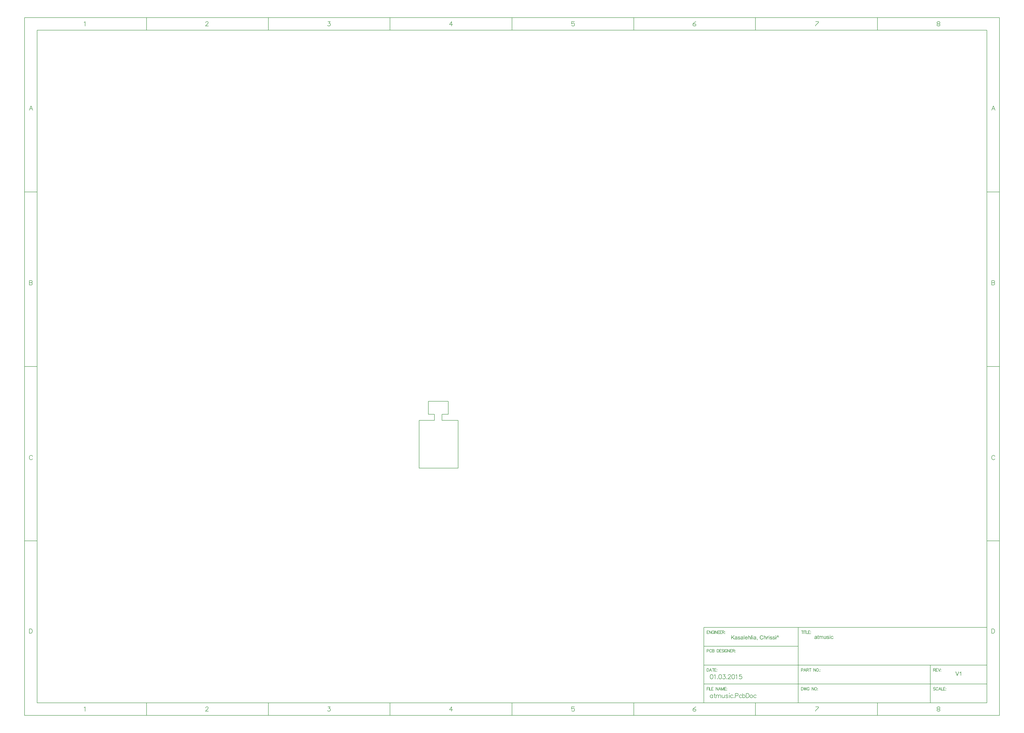
<source format=gko>
%FSLAX44Y44*%
%MOMM*%
G71*
G01*
G75*
G04 Layer_Color=16711935*
G04:AMPARAMS|DCode=10|XSize=0.9mm|YSize=0.95mm|CornerRadius=0.135mm|HoleSize=0mm|Usage=FLASHONLY|Rotation=180.000|XOffset=0mm|YOffset=0mm|HoleType=Round|Shape=RoundedRectangle|*
%AMROUNDEDRECTD10*
21,1,0.9000,0.6800,0,0,180.0*
21,1,0.6300,0.9500,0,0,180.0*
1,1,0.2700,-0.3150,0.3400*
1,1,0.2700,0.3150,0.3400*
1,1,0.2700,0.3150,-0.3400*
1,1,0.2700,-0.3150,-0.3400*
%
%ADD10ROUNDEDRECTD10*%
G04:AMPARAMS|DCode=11|XSize=0.9mm|YSize=0.95mm|CornerRadius=0.135mm|HoleSize=0mm|Usage=FLASHONLY|Rotation=270.000|XOffset=0mm|YOffset=0mm|HoleType=Round|Shape=RoundedRectangle|*
%AMROUNDEDRECTD11*
21,1,0.9000,0.6800,0,0,270.0*
21,1,0.6300,0.9500,0,0,270.0*
1,1,0.2700,-0.3400,-0.3150*
1,1,0.2700,-0.3400,0.3150*
1,1,0.2700,0.3400,0.3150*
1,1,0.2700,0.3400,-0.3150*
%
%ADD11ROUNDEDRECTD11*%
G04:AMPARAMS|DCode=12|XSize=1.85mm|YSize=1.3mm|CornerRadius=0.195mm|HoleSize=0mm|Usage=FLASHONLY|Rotation=0.000|XOffset=0mm|YOffset=0mm|HoleType=Round|Shape=RoundedRectangle|*
%AMROUNDEDRECTD12*
21,1,1.8500,0.9100,0,0,0.0*
21,1,1.4600,1.3000,0,0,0.0*
1,1,0.3900,0.7300,-0.4550*
1,1,0.3900,-0.7300,-0.4550*
1,1,0.3900,-0.7300,0.4550*
1,1,0.3900,0.7300,0.4550*
%
%ADD12ROUNDEDRECTD12*%
G04:AMPARAMS|DCode=13|XSize=1mm|YSize=0.95mm|CornerRadius=0.2375mm|HoleSize=0mm|Usage=FLASHONLY|Rotation=0.000|XOffset=0mm|YOffset=0mm|HoleType=Round|Shape=RoundedRectangle|*
%AMROUNDEDRECTD13*
21,1,1.0000,0.4750,0,0,0.0*
21,1,0.5250,0.9500,0,0,0.0*
1,1,0.4750,0.2625,-0.2375*
1,1,0.4750,-0.2625,-0.2375*
1,1,0.4750,-0.2625,0.2375*
1,1,0.4750,0.2625,0.2375*
%
%ADD13ROUNDEDRECTD13*%
%ADD14O,1.8500X0.6000*%
G04:AMPARAMS|DCode=15|XSize=1.6mm|YSize=1.9mm|CornerRadius=0.4mm|HoleSize=0mm|Usage=FLASHONLY|Rotation=270.000|XOffset=0mm|YOffset=0mm|HoleType=Round|Shape=RoundedRectangle|*
%AMROUNDEDRECTD15*
21,1,1.6000,1.1000,0,0,270.0*
21,1,0.8000,1.9000,0,0,270.0*
1,1,0.8000,-0.5500,-0.4000*
1,1,0.8000,-0.5500,0.4000*
1,1,0.8000,0.5500,0.4000*
1,1,0.8000,0.5500,-0.4000*
%
%ADD15ROUNDEDRECTD15*%
G04:AMPARAMS|DCode=16|XSize=2.1mm|YSize=2mm|CornerRadius=0.5mm|HoleSize=0mm|Usage=FLASHONLY|Rotation=270.000|XOffset=0mm|YOffset=0mm|HoleType=Round|Shape=RoundedRectangle|*
%AMROUNDEDRECTD16*
21,1,2.1000,1.0000,0,0,270.0*
21,1,1.1000,2.0000,0,0,270.0*
1,1,1.0000,-0.5000,-0.5500*
1,1,1.0000,-0.5000,0.5500*
1,1,1.0000,0.5000,0.5500*
1,1,1.0000,0.5000,-0.5500*
%
%ADD16ROUNDEDRECTD16*%
G04:AMPARAMS|DCode=17|XSize=0.4mm|YSize=1.35mm|CornerRadius=0.1mm|HoleSize=0mm|Usage=FLASHONLY|Rotation=270.000|XOffset=0mm|YOffset=0mm|HoleType=Round|Shape=RoundedRectangle|*
%AMROUNDEDRECTD17*
21,1,0.4000,1.1500,0,0,270.0*
21,1,0.2000,1.3500,0,0,270.0*
1,1,0.2000,-0.5750,-0.1000*
1,1,0.2000,-0.5750,0.1000*
1,1,0.2000,0.5750,0.1000*
1,1,0.2000,0.5750,-0.1000*
%
%ADD17ROUNDEDRECTD17*%
G04:AMPARAMS|DCode=18|XSize=3.3mm|YSize=1.85mm|CornerRadius=0.4625mm|HoleSize=0mm|Usage=FLASHONLY|Rotation=180.000|XOffset=0mm|YOffset=0mm|HoleType=Round|Shape=RoundedRectangle|*
%AMROUNDEDRECTD18*
21,1,3.3000,0.9250,0,0,180.0*
21,1,2.3750,1.8500,0,0,180.0*
1,1,0.9250,-1.1875,0.4625*
1,1,0.9250,1.1875,0.4625*
1,1,0.9250,1.1875,-0.4625*
1,1,0.9250,-1.1875,-0.4625*
%
%ADD18ROUNDEDRECTD18*%
G04:AMPARAMS|DCode=19|XSize=0.95mm|YSize=1.85mm|CornerRadius=0.2375mm|HoleSize=0mm|Usage=FLASHONLY|Rotation=180.000|XOffset=0mm|YOffset=0mm|HoleType=Round|Shape=RoundedRectangle|*
%AMROUNDEDRECTD19*
21,1,0.9500,1.3750,0,0,180.0*
21,1,0.4750,1.8500,0,0,180.0*
1,1,0.4750,-0.2375,0.6875*
1,1,0.4750,0.2375,0.6875*
1,1,0.4750,0.2375,-0.6875*
1,1,0.4750,-0.2375,-0.6875*
%
%ADD19ROUNDEDRECTD19*%
%ADD20C,0.2000*%
%ADD21C,0.3000*%
%ADD22C,0.1270*%
%ADD23C,0.1778*%
%ADD24C,1.6500*%
%ADD25R,1.6500X1.6500*%
%ADD26C,0.7000*%
G04:AMPARAMS|DCode=27|XSize=1.2mm|YSize=1.2mm|CornerRadius=0.3mm|HoleSize=0mm|Usage=FLASHONLY|Rotation=0.000|XOffset=0mm|YOffset=0mm|HoleType=Round|Shape=RoundedRectangle|*
%AMROUNDEDRECTD27*
21,1,1.2000,0.6000,0,0,0.0*
21,1,0.6000,1.2000,0,0,0.0*
1,1,0.6000,0.3000,-0.3000*
1,1,0.6000,-0.3000,-0.3000*
1,1,0.6000,-0.3000,0.3000*
1,1,0.6000,0.3000,0.3000*
%
%ADD27ROUNDEDRECTD27*%
G04:AMPARAMS|DCode=28|XSize=2.7mm|YSize=1.2mm|CornerRadius=0.3mm|HoleSize=0mm|Usage=FLASHONLY|Rotation=0.000|XOffset=0mm|YOffset=0mm|HoleType=Round|Shape=RoundedRectangle|*
%AMROUNDEDRECTD28*
21,1,2.7000,0.6000,0,0,0.0*
21,1,2.1000,1.2000,0,0,0.0*
1,1,0.6000,1.0500,-0.3000*
1,1,0.6000,-1.0500,-0.3000*
1,1,0.6000,-1.0500,0.3000*
1,1,0.6000,1.0500,0.3000*
%
%ADD28ROUNDEDRECTD28*%
G04:AMPARAMS|DCode=29|XSize=1.5mm|YSize=2.6mm|CornerRadius=0.375mm|HoleSize=0mm|Usage=FLASHONLY|Rotation=0.000|XOffset=0mm|YOffset=0mm|HoleType=Round|Shape=RoundedRectangle|*
%AMROUNDEDRECTD29*
21,1,1.5000,1.8500,0,0,0.0*
21,1,0.7500,2.6000,0,0,0.0*
1,1,0.7500,0.3750,-0.9250*
1,1,0.7500,-0.3750,-0.9250*
1,1,0.7500,-0.3750,0.9250*
1,1,0.7500,0.3750,0.9250*
%
%ADD29ROUNDEDRECTD29*%
G04:AMPARAMS|DCode=30|XSize=1mm|YSize=2.6mm|CornerRadius=0.25mm|HoleSize=0mm|Usage=FLASHONLY|Rotation=0.000|XOffset=0mm|YOffset=0mm|HoleType=Round|Shape=RoundedRectangle|*
%AMROUNDEDRECTD30*
21,1,1.0000,2.1000,0,0,0.0*
21,1,0.5000,2.6000,0,0,0.0*
1,1,0.5000,0.2500,-1.0500*
1,1,0.5000,-0.2500,-1.0500*
1,1,0.5000,-0.2500,1.0500*
1,1,0.5000,0.2500,1.0500*
%
%ADD30ROUNDEDRECTD30*%
G04:AMPARAMS|DCode=31|XSize=0.7mm|YSize=2mm|CornerRadius=0.175mm|HoleSize=0mm|Usage=FLASHONLY|Rotation=0.000|XOffset=0mm|YOffset=0mm|HoleType=Round|Shape=RoundedRectangle|*
%AMROUNDEDRECTD31*
21,1,0.7000,1.6500,0,0,0.0*
21,1,0.3500,2.0000,0,0,0.0*
1,1,0.3500,0.1750,-0.8250*
1,1,0.3500,-0.1750,-0.8250*
1,1,0.3500,-0.1750,0.8250*
1,1,0.3500,0.1750,0.8250*
%
%ADD31ROUNDEDRECTD31*%
%ADD32C,0.2500*%
%ADD33C,0.6000*%
G04:AMPARAMS|DCode=34|XSize=1.1032mm|YSize=1.1532mm|CornerRadius=0.2366mm|HoleSize=0mm|Usage=FLASHONLY|Rotation=180.000|XOffset=0mm|YOffset=0mm|HoleType=Round|Shape=RoundedRectangle|*
%AMROUNDEDRECTD34*
21,1,1.1032,0.6800,0,0,180.0*
21,1,0.6300,1.1532,0,0,180.0*
1,1,0.4732,-0.3150,0.3400*
1,1,0.4732,0.3150,0.3400*
1,1,0.4732,0.3150,-0.3400*
1,1,0.4732,-0.3150,-0.3400*
%
%ADD34ROUNDEDRECTD34*%
G04:AMPARAMS|DCode=35|XSize=1.1032mm|YSize=1.1532mm|CornerRadius=0.2366mm|HoleSize=0mm|Usage=FLASHONLY|Rotation=270.000|XOffset=0mm|YOffset=0mm|HoleType=Round|Shape=RoundedRectangle|*
%AMROUNDEDRECTD35*
21,1,1.1032,0.6800,0,0,270.0*
21,1,0.6300,1.1532,0,0,270.0*
1,1,0.4732,-0.3400,-0.3150*
1,1,0.4732,-0.3400,0.3150*
1,1,0.4732,0.3400,0.3150*
1,1,0.4732,0.3400,-0.3150*
%
%ADD35ROUNDEDRECTD35*%
G04:AMPARAMS|DCode=36|XSize=2.0532mm|YSize=1.5032mm|CornerRadius=0.2966mm|HoleSize=0mm|Usage=FLASHONLY|Rotation=0.000|XOffset=0mm|YOffset=0mm|HoleType=Round|Shape=RoundedRectangle|*
%AMROUNDEDRECTD36*
21,1,2.0532,0.9100,0,0,0.0*
21,1,1.4600,1.5032,0,0,0.0*
1,1,0.5932,0.7300,-0.4550*
1,1,0.5932,-0.7300,-0.4550*
1,1,0.5932,-0.7300,0.4550*
1,1,0.5932,0.7300,0.4550*
%
%ADD36ROUNDEDRECTD36*%
G04:AMPARAMS|DCode=37|XSize=1.2032mm|YSize=1.1532mm|CornerRadius=0.3391mm|HoleSize=0mm|Usage=FLASHONLY|Rotation=0.000|XOffset=0mm|YOffset=0mm|HoleType=Round|Shape=RoundedRectangle|*
%AMROUNDEDRECTD37*
21,1,1.2032,0.4750,0,0,0.0*
21,1,0.5250,1.1532,0,0,0.0*
1,1,0.6782,0.2625,-0.2375*
1,1,0.6782,-0.2625,-0.2375*
1,1,0.6782,-0.2625,0.2375*
1,1,0.6782,0.2625,0.2375*
%
%ADD37ROUNDEDRECTD37*%
%ADD38O,2.0532X0.8032*%
G04:AMPARAMS|DCode=39|XSize=1.8032mm|YSize=2.1032mm|CornerRadius=0.5016mm|HoleSize=0mm|Usage=FLASHONLY|Rotation=270.000|XOffset=0mm|YOffset=0mm|HoleType=Round|Shape=RoundedRectangle|*
%AMROUNDEDRECTD39*
21,1,1.8032,1.1000,0,0,270.0*
21,1,0.8000,2.1032,0,0,270.0*
1,1,1.0032,-0.5500,-0.4000*
1,1,1.0032,-0.5500,0.4000*
1,1,1.0032,0.5500,0.4000*
1,1,1.0032,0.5500,-0.4000*
%
%ADD39ROUNDEDRECTD39*%
G04:AMPARAMS|DCode=40|XSize=2.3032mm|YSize=2.2032mm|CornerRadius=0.6016mm|HoleSize=0mm|Usage=FLASHONLY|Rotation=270.000|XOffset=0mm|YOffset=0mm|HoleType=Round|Shape=RoundedRectangle|*
%AMROUNDEDRECTD40*
21,1,2.3032,1.0000,0,0,270.0*
21,1,1.1000,2.2032,0,0,270.0*
1,1,1.2032,-0.5000,-0.5500*
1,1,1.2032,-0.5000,0.5500*
1,1,1.2032,0.5000,0.5500*
1,1,1.2032,0.5000,-0.5500*
%
%ADD40ROUNDEDRECTD40*%
G04:AMPARAMS|DCode=41|XSize=0.6032mm|YSize=1.5532mm|CornerRadius=0.2016mm|HoleSize=0mm|Usage=FLASHONLY|Rotation=270.000|XOffset=0mm|YOffset=0mm|HoleType=Round|Shape=RoundedRectangle|*
%AMROUNDEDRECTD41*
21,1,0.6032,1.1500,0,0,270.0*
21,1,0.2000,1.5532,0,0,270.0*
1,1,0.4032,-0.5750,-0.1000*
1,1,0.4032,-0.5750,0.1000*
1,1,0.4032,0.5750,0.1000*
1,1,0.4032,0.5750,-0.1000*
%
%ADD41ROUNDEDRECTD41*%
G04:AMPARAMS|DCode=42|XSize=3.5032mm|YSize=2.0532mm|CornerRadius=0.5641mm|HoleSize=0mm|Usage=FLASHONLY|Rotation=180.000|XOffset=0mm|YOffset=0mm|HoleType=Round|Shape=RoundedRectangle|*
%AMROUNDEDRECTD42*
21,1,3.5032,0.9250,0,0,180.0*
21,1,2.3750,2.0532,0,0,180.0*
1,1,1.1282,-1.1875,0.4625*
1,1,1.1282,1.1875,0.4625*
1,1,1.1282,1.1875,-0.4625*
1,1,1.1282,-1.1875,-0.4625*
%
%ADD42ROUNDEDRECTD42*%
G04:AMPARAMS|DCode=43|XSize=1.1532mm|YSize=2.0532mm|CornerRadius=0.3391mm|HoleSize=0mm|Usage=FLASHONLY|Rotation=180.000|XOffset=0mm|YOffset=0mm|HoleType=Round|Shape=RoundedRectangle|*
%AMROUNDEDRECTD43*
21,1,1.1532,1.3750,0,0,180.0*
21,1,0.4750,2.0532,0,0,180.0*
1,1,0.6782,-0.2375,0.6875*
1,1,0.6782,0.2375,0.6875*
1,1,0.6782,0.2375,-0.6875*
1,1,0.6782,-0.2375,-0.6875*
%
%ADD43ROUNDEDRECTD43*%
%ADD44C,1.8532*%
%ADD45R,1.8532X1.8532*%
%ADD46C,0.9032*%
G04:AMPARAMS|DCode=47|XSize=1.4032mm|YSize=1.4032mm|CornerRadius=0.4016mm|HoleSize=0mm|Usage=FLASHONLY|Rotation=0.000|XOffset=0mm|YOffset=0mm|HoleType=Round|Shape=RoundedRectangle|*
%AMROUNDEDRECTD47*
21,1,1.4032,0.6000,0,0,0.0*
21,1,0.6000,1.4032,0,0,0.0*
1,1,0.8032,0.3000,-0.3000*
1,1,0.8032,-0.3000,-0.3000*
1,1,0.8032,-0.3000,0.3000*
1,1,0.8032,0.3000,0.3000*
%
%ADD47ROUNDEDRECTD47*%
G04:AMPARAMS|DCode=48|XSize=2.9032mm|YSize=1.4032mm|CornerRadius=0.4016mm|HoleSize=0mm|Usage=FLASHONLY|Rotation=0.000|XOffset=0mm|YOffset=0mm|HoleType=Round|Shape=RoundedRectangle|*
%AMROUNDEDRECTD48*
21,1,2.9032,0.6000,0,0,0.0*
21,1,2.1000,1.4032,0,0,0.0*
1,1,0.8032,1.0500,-0.3000*
1,1,0.8032,-1.0500,-0.3000*
1,1,0.8032,-1.0500,0.3000*
1,1,0.8032,1.0500,0.3000*
%
%ADD48ROUNDEDRECTD48*%
G04:AMPARAMS|DCode=49|XSize=1.7032mm|YSize=2.8032mm|CornerRadius=0.4766mm|HoleSize=0mm|Usage=FLASHONLY|Rotation=0.000|XOffset=0mm|YOffset=0mm|HoleType=Round|Shape=RoundedRectangle|*
%AMROUNDEDRECTD49*
21,1,1.7032,1.8500,0,0,0.0*
21,1,0.7500,2.8032,0,0,0.0*
1,1,0.9532,0.3750,-0.9250*
1,1,0.9532,-0.3750,-0.9250*
1,1,0.9532,-0.3750,0.9250*
1,1,0.9532,0.3750,0.9250*
%
%ADD49ROUNDEDRECTD49*%
G04:AMPARAMS|DCode=50|XSize=1.2032mm|YSize=2.8032mm|CornerRadius=0.3516mm|HoleSize=0mm|Usage=FLASHONLY|Rotation=0.000|XOffset=0mm|YOffset=0mm|HoleType=Round|Shape=RoundedRectangle|*
%AMROUNDEDRECTD50*
21,1,1.2032,2.1000,0,0,0.0*
21,1,0.5000,2.8032,0,0,0.0*
1,1,0.7032,0.2500,-1.0500*
1,1,0.7032,-0.2500,-1.0500*
1,1,0.7032,-0.2500,1.0500*
1,1,0.7032,0.2500,1.0500*
%
%ADD50ROUNDEDRECTD50*%
G04:AMPARAMS|DCode=51|XSize=0.9032mm|YSize=2.2032mm|CornerRadius=0.2766mm|HoleSize=0mm|Usage=FLASHONLY|Rotation=0.000|XOffset=0mm|YOffset=0mm|HoleType=Round|Shape=RoundedRectangle|*
%AMROUNDEDRECTD51*
21,1,0.9032,1.6500,0,0,0.0*
21,1,0.3500,2.2032,0,0,0.0*
1,1,0.5532,0.1750,-0.8250*
1,1,0.5532,-0.1750,-0.8250*
1,1,0.5532,-0.1750,0.8250*
1,1,0.5532,0.1750,0.8250*
%
%ADD51ROUNDEDRECTD51*%
G36*
X1756599Y-692000D02*
X1754633D01*
Y-680384D01*
X1756599D01*
Y-692000D01*
D02*
G37*
G36*
X1783973D02*
X1782006D01*
Y-680384D01*
X1783973D01*
Y-692000D01*
D02*
G37*
G36*
X1699098Y-680153D02*
X1699445Y-680176D01*
X1699838Y-680222D01*
X1700232Y-680292D01*
X1700625Y-680384D01*
X1700995Y-680500D01*
X1701042Y-680523D01*
X1701157Y-680569D01*
X1701319Y-680639D01*
X1701528Y-680731D01*
X1701759Y-680870D01*
X1701990Y-681009D01*
X1702199Y-681194D01*
X1702384Y-681379D01*
X1702407Y-681402D01*
X1702453Y-681472D01*
X1702523Y-681587D01*
X1702615Y-681726D01*
X1702731Y-681934D01*
X1702823Y-682143D01*
X1702916Y-682397D01*
X1702985Y-682698D01*
Y-682721D01*
X1703009Y-682791D01*
X1703032Y-682929D01*
X1703055Y-683114D01*
Y-683369D01*
X1703078Y-683670D01*
X1703101Y-684063D01*
Y-684503D01*
Y-687141D01*
Y-687164D01*
Y-687256D01*
Y-687395D01*
Y-687580D01*
Y-687789D01*
Y-688043D01*
X1703124Y-688598D01*
Y-689177D01*
X1703147Y-689755D01*
X1703170Y-690010D01*
Y-690241D01*
X1703194Y-690450D01*
X1703217Y-690612D01*
Y-690635D01*
X1703240Y-690727D01*
X1703263Y-690866D01*
X1703332Y-691051D01*
X1703379Y-691260D01*
X1703471Y-691491D01*
X1703587Y-691746D01*
X1703703Y-692000D01*
X1701643D01*
X1701620Y-691977D01*
X1701597Y-691884D01*
X1701551Y-691769D01*
X1701481Y-691583D01*
X1701412Y-691375D01*
X1701366Y-691121D01*
X1701319Y-690843D01*
X1701273Y-690542D01*
X1701250D01*
X1701227Y-690589D01*
X1701088Y-690704D01*
X1700880Y-690866D01*
X1700602Y-691074D01*
X1700255Y-691283D01*
X1699908Y-691514D01*
X1699538Y-691722D01*
X1699144Y-691884D01*
X1699098Y-691907D01*
X1698959Y-691931D01*
X1698751Y-692000D01*
X1698496Y-692069D01*
X1698172Y-692139D01*
X1697802Y-692185D01*
X1697386Y-692231D01*
X1696969Y-692254D01*
X1696784D01*
X1696645Y-692231D01*
X1696483D01*
X1696298Y-692208D01*
X1695882Y-692139D01*
X1695419Y-692023D01*
X1694910Y-691861D01*
X1694447Y-691630D01*
X1694030Y-691329D01*
X1693984Y-691283D01*
X1693868Y-691167D01*
X1693706Y-690959D01*
X1693521Y-690681D01*
X1693336Y-690334D01*
X1693174Y-689941D01*
X1693058Y-689455D01*
X1693035Y-689223D01*
X1693012Y-688946D01*
Y-688899D01*
Y-688807D01*
X1693035Y-688645D01*
X1693058Y-688437D01*
X1693105Y-688182D01*
X1693174Y-687927D01*
X1693267Y-687650D01*
X1693383Y-687395D01*
X1693406Y-687372D01*
X1693452Y-687280D01*
X1693544Y-687141D01*
X1693660Y-686979D01*
X1693799Y-686794D01*
X1693984Y-686609D01*
X1694169Y-686423D01*
X1694401Y-686261D01*
X1694424Y-686238D01*
X1694516Y-686192D01*
X1694632Y-686099D01*
X1694817Y-686007D01*
X1695025Y-685914D01*
X1695280Y-685799D01*
X1695535Y-685706D01*
X1695835Y-685613D01*
X1695858D01*
X1695951Y-685590D01*
X1696090Y-685544D01*
X1696275Y-685521D01*
X1696506Y-685475D01*
X1696807Y-685428D01*
X1697154Y-685359D01*
X1697571Y-685313D01*
X1697594D01*
X1697686Y-685290D01*
X1697802D01*
X1697964Y-685266D01*
X1698149Y-685243D01*
X1698381Y-685197D01*
X1698635Y-685174D01*
X1698913Y-685128D01*
X1699468Y-685012D01*
X1700070Y-684896D01*
X1700602Y-684757D01*
X1700856Y-684688D01*
X1701088Y-684619D01*
Y-684595D01*
Y-684549D01*
X1701111Y-684410D01*
Y-684248D01*
Y-684156D01*
Y-684109D01*
Y-684086D01*
Y-684063D01*
Y-683924D01*
X1701088Y-683693D01*
X1701042Y-683438D01*
X1700972Y-683161D01*
X1700856Y-682883D01*
X1700718Y-682628D01*
X1700533Y-682420D01*
X1700509Y-682397D01*
X1700394Y-682305D01*
X1700209Y-682212D01*
X1699977Y-682073D01*
X1699653Y-681957D01*
X1699283Y-681842D01*
X1698820Y-681772D01*
X1698288Y-681749D01*
X1698057D01*
X1697825Y-681772D01*
X1697501Y-681819D01*
X1697177Y-681865D01*
X1696830Y-681957D01*
X1696506Y-682073D01*
X1696229Y-682235D01*
X1696205Y-682258D01*
X1696113Y-682328D01*
X1695997Y-682443D01*
X1695858Y-682628D01*
X1695720Y-682860D01*
X1695558Y-683161D01*
X1695419Y-683531D01*
X1695280Y-683948D01*
X1693359Y-683693D01*
Y-683670D01*
X1693383Y-683647D01*
Y-683577D01*
X1693406Y-683485D01*
X1693475Y-683276D01*
X1693568Y-682976D01*
X1693683Y-682675D01*
X1693822Y-682351D01*
X1694007Y-682027D01*
X1694216Y-681726D01*
X1694239Y-681703D01*
X1694331Y-681610D01*
X1694470Y-681472D01*
X1694655Y-681286D01*
X1694910Y-681101D01*
X1695211Y-680916D01*
X1695558Y-680708D01*
X1695951Y-680546D01*
X1695974D01*
X1695997Y-680523D01*
X1696067Y-680500D01*
X1696159Y-680477D01*
X1696391Y-680407D01*
X1696715Y-680338D01*
X1697085Y-680268D01*
X1697548Y-680199D01*
X1698033Y-680153D01*
X1698589Y-680129D01*
X1698843D01*
X1699098Y-680153D01*
D02*
G37*
G36*
X1736699Y-681726D02*
X1736723Y-681703D01*
X1736769Y-681657D01*
X1736838Y-681587D01*
X1736954Y-681472D01*
X1737070Y-681356D01*
X1737232Y-681217D01*
X1737440Y-681078D01*
X1737648Y-680916D01*
X1737880Y-680777D01*
X1738134Y-680639D01*
X1738736Y-680384D01*
X1739060Y-680268D01*
X1739407Y-680199D01*
X1739777Y-680153D01*
X1740147Y-680129D01*
X1740356D01*
X1740610Y-680153D01*
X1740911Y-680199D01*
X1741258Y-680245D01*
X1741628Y-680338D01*
X1741998Y-680477D01*
X1742369Y-680639D01*
X1742415Y-680662D01*
X1742531Y-680731D01*
X1742693Y-680847D01*
X1742901Y-681009D01*
X1743109Y-681217D01*
X1743340Y-681448D01*
X1743549Y-681726D01*
X1743734Y-682050D01*
X1743757Y-682096D01*
X1743803Y-682212D01*
X1743873Y-682420D01*
X1743942Y-682721D01*
X1744012Y-683091D01*
X1744081Y-683531D01*
X1744127Y-684063D01*
X1744150Y-684665D01*
Y-692000D01*
X1742184D01*
Y-684642D01*
Y-684619D01*
Y-684572D01*
Y-684503D01*
Y-684410D01*
X1742160Y-684156D01*
X1742114Y-683832D01*
X1742021Y-683485D01*
X1741906Y-683138D01*
X1741744Y-682791D01*
X1741536Y-682513D01*
X1741512Y-682490D01*
X1741420Y-682397D01*
X1741281Y-682281D01*
X1741073Y-682166D01*
X1740818Y-682027D01*
X1740517Y-681934D01*
X1740147Y-681842D01*
X1739731Y-681819D01*
X1739592D01*
X1739430Y-681842D01*
X1739198Y-681865D01*
X1738967Y-681934D01*
X1738689Y-682004D01*
X1738412Y-682120D01*
X1738111Y-682281D01*
X1738088Y-682305D01*
X1737995Y-682374D01*
X1737856Y-682467D01*
X1737694Y-682605D01*
X1737509Y-682791D01*
X1737324Y-682999D01*
X1737162Y-683253D01*
X1737023Y-683531D01*
X1737000Y-683577D01*
X1736977Y-683670D01*
X1736931Y-683855D01*
X1736861Y-684086D01*
X1736792Y-684387D01*
X1736746Y-684757D01*
X1736723Y-685174D01*
X1736699Y-685660D01*
Y-692000D01*
X1734733D01*
Y-675987D01*
X1736699D01*
Y-681726D01*
D02*
G37*
G36*
X1634493Y-680153D02*
X1634840Y-680176D01*
X1635210Y-680222D01*
X1635603Y-680315D01*
X1636020Y-680407D01*
X1636413Y-680546D01*
X1636436D01*
X1636460Y-680569D01*
X1636575Y-680615D01*
X1636760Y-680708D01*
X1636992Y-680824D01*
X1637246Y-680986D01*
X1637501Y-681171D01*
X1637732Y-681379D01*
X1637941Y-681610D01*
X1637964Y-681634D01*
X1638010Y-681726D01*
X1638103Y-681888D01*
X1638218Y-682073D01*
X1638334Y-682351D01*
X1638450Y-682652D01*
X1638542Y-682999D01*
X1638635Y-683392D01*
X1636714Y-683647D01*
Y-683600D01*
X1636691Y-683508D01*
X1636645Y-683346D01*
X1636575Y-683138D01*
X1636460Y-682929D01*
X1636321Y-682698D01*
X1636159Y-682467D01*
X1635927Y-682258D01*
X1635904Y-682235D01*
X1635812Y-682189D01*
X1635673Y-682096D01*
X1635465Y-682004D01*
X1635233Y-681911D01*
X1634932Y-681819D01*
X1634562Y-681772D01*
X1634169Y-681749D01*
X1633937D01*
X1633706Y-681772D01*
X1633405Y-681796D01*
X1633104Y-681865D01*
X1632780Y-681934D01*
X1632480Y-682050D01*
X1632225Y-682212D01*
X1632202Y-682235D01*
X1632133Y-682281D01*
X1632040Y-682374D01*
X1631947Y-682513D01*
X1631832Y-682652D01*
X1631739Y-682837D01*
X1631670Y-683045D01*
X1631647Y-683253D01*
Y-683276D01*
Y-683323D01*
X1631670Y-683392D01*
Y-683485D01*
X1631739Y-683716D01*
X1631878Y-683948D01*
X1631901Y-683971D01*
X1631924Y-683994D01*
X1631971Y-684063D01*
X1632063Y-684133D01*
X1632156Y-684202D01*
X1632294Y-684295D01*
X1632457Y-684364D01*
X1632642Y-684456D01*
X1632665D01*
X1632711Y-684480D01*
X1632803Y-684503D01*
X1632966Y-684572D01*
X1633197Y-684642D01*
X1633498Y-684711D01*
X1633683Y-684781D01*
X1633891Y-684827D01*
X1634122Y-684896D01*
X1634377Y-684966D01*
X1634400D01*
X1634470Y-684989D01*
X1634585Y-685012D01*
X1634724Y-685058D01*
X1634886Y-685104D01*
X1635094Y-685151D01*
X1635534Y-685290D01*
X1636020Y-685428D01*
X1636506Y-685590D01*
X1636945Y-685752D01*
X1637131Y-685822D01*
X1637293Y-685891D01*
X1637339Y-685914D01*
X1637431Y-685961D01*
X1637570Y-686030D01*
X1637778Y-686146D01*
X1637987Y-686285D01*
X1638195Y-686470D01*
X1638403Y-686678D01*
X1638588Y-686909D01*
X1638611Y-686933D01*
X1638658Y-687025D01*
X1638750Y-687164D01*
X1638843Y-687372D01*
X1638912Y-687627D01*
X1639005Y-687904D01*
X1639051Y-688228D01*
X1639074Y-688598D01*
Y-688645D01*
Y-688761D01*
X1639051Y-688946D01*
X1639005Y-689200D01*
X1638936Y-689478D01*
X1638820Y-689779D01*
X1638681Y-690126D01*
X1638496Y-690450D01*
X1638473Y-690496D01*
X1638380Y-690589D01*
X1638264Y-690751D01*
X1638079Y-690936D01*
X1637825Y-691144D01*
X1637547Y-691375D01*
X1637223Y-691583D01*
X1636830Y-691792D01*
X1636807D01*
X1636783Y-691815D01*
X1636645Y-691861D01*
X1636413Y-691931D01*
X1636113Y-692023D01*
X1635742Y-692116D01*
X1635326Y-692185D01*
X1634886Y-692231D01*
X1634377Y-692254D01*
X1634169D01*
X1634007Y-692231D01*
X1633822D01*
X1633590Y-692208D01*
X1633359Y-692185D01*
X1633104Y-692139D01*
X1632549Y-692023D01*
X1631971Y-691861D01*
X1631415Y-691630D01*
X1631161Y-691491D01*
X1630929Y-691329D01*
X1630906Y-691306D01*
X1630883Y-691283D01*
X1630744Y-691144D01*
X1630536Y-690936D01*
X1630305Y-690612D01*
X1630050Y-690218D01*
X1629795Y-689755D01*
X1629587Y-689177D01*
X1629425Y-688529D01*
X1631369Y-688228D01*
Y-688251D01*
Y-688275D01*
X1631415Y-688413D01*
X1631461Y-688645D01*
X1631554Y-688899D01*
X1631670Y-689177D01*
X1631808Y-689478D01*
X1632017Y-689779D01*
X1632271Y-690033D01*
X1632318Y-690056D01*
X1632410Y-690126D01*
X1632595Y-690218D01*
X1632827Y-690334D01*
X1633127Y-690450D01*
X1633475Y-690542D01*
X1633891Y-690612D01*
X1634377Y-690635D01*
X1634608D01*
X1634840Y-690612D01*
X1635141Y-690565D01*
X1635465Y-690496D01*
X1635812Y-690403D01*
X1636113Y-690288D01*
X1636390Y-690103D01*
X1636413Y-690079D01*
X1636506Y-690010D01*
X1636598Y-689894D01*
X1636737Y-689732D01*
X1636853Y-689547D01*
X1636969Y-689316D01*
X1637038Y-689084D01*
X1637061Y-688807D01*
Y-688784D01*
Y-688691D01*
X1637038Y-688575D01*
X1636992Y-688413D01*
X1636922Y-688251D01*
X1636807Y-688089D01*
X1636668Y-687904D01*
X1636460Y-687766D01*
X1636436Y-687742D01*
X1636367Y-687719D01*
X1636251Y-687650D01*
X1636066Y-687580D01*
X1635789Y-687488D01*
X1635627Y-687418D01*
X1635441Y-687372D01*
X1635233Y-687303D01*
X1635002Y-687233D01*
X1634747Y-687164D01*
X1634446Y-687094D01*
X1634423D01*
X1634354Y-687071D01*
X1634238Y-687048D01*
X1634099Y-687002D01*
X1633914Y-686956D01*
X1633706Y-686886D01*
X1633266Y-686770D01*
X1632757Y-686609D01*
X1632271Y-686470D01*
X1631808Y-686308D01*
X1631600Y-686215D01*
X1631438Y-686146D01*
X1631392Y-686123D01*
X1631299Y-686076D01*
X1631161Y-685984D01*
X1630975Y-685868D01*
X1630767Y-685706D01*
X1630559Y-685521D01*
X1630351Y-685313D01*
X1630166Y-685058D01*
X1630143Y-685035D01*
X1630096Y-684942D01*
X1630027Y-684781D01*
X1629957Y-684595D01*
X1629888Y-684364D01*
X1629819Y-684086D01*
X1629772Y-683809D01*
X1629749Y-683485D01*
Y-683438D01*
Y-683346D01*
X1629772Y-683207D01*
X1629795Y-682999D01*
X1629842Y-682791D01*
X1629888Y-682536D01*
X1629980Y-682305D01*
X1630096Y-682050D01*
X1630119Y-682027D01*
X1630166Y-681934D01*
X1630235Y-681819D01*
X1630351Y-681657D01*
X1630490Y-681495D01*
X1630652Y-681286D01*
X1630837Y-681101D01*
X1631068Y-680939D01*
X1631091Y-680916D01*
X1631161Y-680893D01*
X1631253Y-680824D01*
X1631392Y-680754D01*
X1631577Y-680662D01*
X1631785Y-680569D01*
X1632040Y-680477D01*
X1632318Y-680384D01*
X1632364Y-680361D01*
X1632457Y-680338D01*
X1632618Y-680292D01*
X1632827Y-680245D01*
X1633081Y-680199D01*
X1633359Y-680176D01*
X1633683Y-680129D01*
X1634238D01*
X1634493Y-680153D01*
D02*
G37*
G36*
X1763888D02*
X1764235Y-680176D01*
X1764606Y-680222D01*
X1764999Y-680315D01*
X1765415Y-680407D01*
X1765809Y-680546D01*
X1765832D01*
X1765855Y-680569D01*
X1765971Y-680615D01*
X1766156Y-680708D01*
X1766387Y-680824D01*
X1766642Y-680986D01*
X1766896Y-681171D01*
X1767128Y-681379D01*
X1767336Y-681610D01*
X1767359Y-681634D01*
X1767405Y-681726D01*
X1767498Y-681888D01*
X1767614Y-682073D01*
X1767729Y-682351D01*
X1767845Y-682652D01*
X1767938Y-682999D01*
X1768030Y-683392D01*
X1766110Y-683647D01*
Y-683600D01*
X1766086Y-683508D01*
X1766040Y-683346D01*
X1765971Y-683138D01*
X1765855Y-682929D01*
X1765716Y-682698D01*
X1765554Y-682467D01*
X1765323Y-682258D01*
X1765300Y-682235D01*
X1765207Y-682189D01*
X1765068Y-682096D01*
X1764860Y-682004D01*
X1764629Y-681911D01*
X1764328Y-681819D01*
X1763958Y-681772D01*
X1763564Y-681749D01*
X1763333D01*
X1763102Y-681772D01*
X1762801Y-681796D01*
X1762500Y-681865D01*
X1762176Y-681934D01*
X1761875Y-682050D01*
X1761621Y-682212D01*
X1761597Y-682235D01*
X1761528Y-682281D01*
X1761436Y-682374D01*
X1761343Y-682513D01*
X1761227Y-682652D01*
X1761135Y-682837D01*
X1761065Y-683045D01*
X1761042Y-683253D01*
Y-683276D01*
Y-683323D01*
X1761065Y-683392D01*
Y-683485D01*
X1761135Y-683716D01*
X1761273Y-683948D01*
X1761297Y-683971D01*
X1761320Y-683994D01*
X1761366Y-684063D01*
X1761459Y-684133D01*
X1761551Y-684202D01*
X1761690Y-684295D01*
X1761852Y-684364D01*
X1762037Y-684456D01*
X1762060D01*
X1762106Y-684480D01*
X1762199Y-684503D01*
X1762361Y-684572D01*
X1762592Y-684642D01*
X1762893Y-684711D01*
X1763078Y-684781D01*
X1763287Y-684827D01*
X1763518Y-684896D01*
X1763772Y-684966D01*
X1763796D01*
X1763865Y-684989D01*
X1763981Y-685012D01*
X1764120Y-685058D01*
X1764282Y-685104D01*
X1764490Y-685151D01*
X1764930Y-685290D01*
X1765415Y-685428D01*
X1765901Y-685590D01*
X1766341Y-685752D01*
X1766526Y-685822D01*
X1766688Y-685891D01*
X1766734Y-685914D01*
X1766827Y-685961D01*
X1766966Y-686030D01*
X1767174Y-686146D01*
X1767382Y-686285D01*
X1767590Y-686470D01*
X1767799Y-686678D01*
X1767984Y-686909D01*
X1768007Y-686933D01*
X1768053Y-687025D01*
X1768146Y-687164D01*
X1768238Y-687372D01*
X1768308Y-687627D01*
X1768400Y-687904D01*
X1768447Y-688228D01*
X1768470Y-688598D01*
Y-688645D01*
Y-688761D01*
X1768447Y-688946D01*
X1768400Y-689200D01*
X1768331Y-689478D01*
X1768215Y-689779D01*
X1768076Y-690126D01*
X1767891Y-690450D01*
X1767868Y-690496D01*
X1767776Y-690589D01*
X1767660Y-690751D01*
X1767475Y-690936D01*
X1767220Y-691144D01*
X1766943Y-691375D01*
X1766619Y-691583D01*
X1766225Y-691792D01*
X1766202D01*
X1766179Y-691815D01*
X1766040Y-691861D01*
X1765809Y-691931D01*
X1765508Y-692023D01*
X1765138Y-692116D01*
X1764721Y-692185D01*
X1764282Y-692231D01*
X1763772Y-692254D01*
X1763564D01*
X1763402Y-692231D01*
X1763217D01*
X1762986Y-692208D01*
X1762754Y-692185D01*
X1762500Y-692139D01*
X1761944Y-692023D01*
X1761366Y-691861D01*
X1760811Y-691630D01*
X1760556Y-691491D01*
X1760325Y-691329D01*
X1760302Y-691306D01*
X1760278Y-691283D01*
X1760140Y-691144D01*
X1759931Y-690936D01*
X1759700Y-690612D01*
X1759445Y-690218D01*
X1759191Y-689755D01*
X1758983Y-689177D01*
X1758821Y-688529D01*
X1760764Y-688228D01*
Y-688251D01*
Y-688275D01*
X1760811Y-688413D01*
X1760857Y-688645D01*
X1760950Y-688899D01*
X1761065Y-689177D01*
X1761204Y-689478D01*
X1761412Y-689779D01*
X1761667Y-690033D01*
X1761713Y-690056D01*
X1761806Y-690126D01*
X1761991Y-690218D01*
X1762222Y-690334D01*
X1762523Y-690450D01*
X1762870Y-690542D01*
X1763287Y-690612D01*
X1763772Y-690635D01*
X1764004D01*
X1764235Y-690612D01*
X1764536Y-690565D01*
X1764860Y-690496D01*
X1765207Y-690403D01*
X1765508Y-690288D01*
X1765786Y-690103D01*
X1765809Y-690079D01*
X1765901Y-690010D01*
X1765994Y-689894D01*
X1766133Y-689732D01*
X1766248Y-689547D01*
X1766364Y-689316D01*
X1766434Y-689084D01*
X1766457Y-688807D01*
Y-688784D01*
Y-688691D01*
X1766434Y-688575D01*
X1766387Y-688413D01*
X1766318Y-688251D01*
X1766202Y-688089D01*
X1766063Y-687904D01*
X1765855Y-687766D01*
X1765832Y-687742D01*
X1765762Y-687719D01*
X1765647Y-687650D01*
X1765462Y-687580D01*
X1765184Y-687488D01*
X1765022Y-687418D01*
X1764837Y-687372D01*
X1764629Y-687303D01*
X1764397Y-687233D01*
X1764143Y-687164D01*
X1763842Y-687094D01*
X1763819D01*
X1763749Y-687071D01*
X1763634Y-687048D01*
X1763495Y-687002D01*
X1763310Y-686956D01*
X1763102Y-686886D01*
X1762662Y-686770D01*
X1762153Y-686609D01*
X1761667Y-686470D01*
X1761204Y-686308D01*
X1760996Y-686215D01*
X1760834Y-686146D01*
X1760788Y-686123D01*
X1760695Y-686076D01*
X1760556Y-685984D01*
X1760371Y-685868D01*
X1760163Y-685706D01*
X1759955Y-685521D01*
X1759746Y-685313D01*
X1759561Y-685058D01*
X1759538Y-685035D01*
X1759492Y-684942D01*
X1759422Y-684781D01*
X1759353Y-684595D01*
X1759283Y-684364D01*
X1759214Y-684086D01*
X1759168Y-683809D01*
X1759145Y-683485D01*
Y-683438D01*
Y-683346D01*
X1759168Y-683207D01*
X1759191Y-682999D01*
X1759237Y-682791D01*
X1759283Y-682536D01*
X1759376Y-682305D01*
X1759492Y-682050D01*
X1759515Y-682027D01*
X1759561Y-681934D01*
X1759631Y-681819D01*
X1759746Y-681657D01*
X1759885Y-681495D01*
X1760047Y-681286D01*
X1760232Y-681101D01*
X1760464Y-680939D01*
X1760487Y-680916D01*
X1760556Y-680893D01*
X1760649Y-680824D01*
X1760788Y-680754D01*
X1760973Y-680662D01*
X1761181Y-680569D01*
X1761436Y-680477D01*
X1761713Y-680384D01*
X1761759Y-680361D01*
X1761852Y-680338D01*
X1762014Y-680292D01*
X1762222Y-680245D01*
X1762477Y-680199D01*
X1762754Y-680176D01*
X1763078Y-680129D01*
X1763634D01*
X1763888Y-680153D01*
D02*
G37*
G36*
X1795404Y-684456D02*
X1793437D01*
X1790730Y-677954D01*
X1788092Y-684456D01*
X1786079D01*
X1789943Y-675710D01*
X1791517D01*
X1795404Y-684456D01*
D02*
G37*
G36*
X1609225Y-682490D02*
X1616236Y-692000D01*
X1613436D01*
X1607744Y-683924D01*
X1605129Y-686447D01*
Y-692000D01*
X1603000D01*
Y-675987D01*
X1605129D01*
Y-683948D01*
X1613042Y-675987D01*
X1615935D01*
X1609225Y-682490D01*
D02*
G37*
G36*
X1623178Y-680153D02*
X1623525Y-680176D01*
X1623918Y-680222D01*
X1624311Y-680292D01*
X1624705Y-680384D01*
X1625075Y-680500D01*
X1625121Y-680523D01*
X1625237Y-680569D01*
X1625399Y-680639D01*
X1625607Y-680731D01*
X1625839Y-680870D01*
X1626070Y-681009D01*
X1626278Y-681194D01*
X1626463Y-681379D01*
X1626487Y-681402D01*
X1626533Y-681472D01*
X1626602Y-681587D01*
X1626695Y-681726D01*
X1626810Y-681934D01*
X1626903Y-682143D01*
X1626996Y-682397D01*
X1627065Y-682698D01*
Y-682721D01*
X1627088Y-682791D01*
X1627111Y-682929D01*
X1627134Y-683114D01*
Y-683369D01*
X1627157Y-683670D01*
X1627181Y-684063D01*
Y-684503D01*
Y-687141D01*
Y-687164D01*
Y-687256D01*
Y-687395D01*
Y-687580D01*
Y-687789D01*
Y-688043D01*
X1627204Y-688598D01*
Y-689177D01*
X1627227Y-689755D01*
X1627250Y-690010D01*
Y-690241D01*
X1627273Y-690450D01*
X1627296Y-690612D01*
Y-690635D01*
X1627319Y-690727D01*
X1627343Y-690866D01*
X1627412Y-691051D01*
X1627458Y-691260D01*
X1627551Y-691491D01*
X1627667Y-691746D01*
X1627782Y-692000D01*
X1625723D01*
X1625700Y-691977D01*
X1625677Y-691884D01*
X1625630Y-691769D01*
X1625561Y-691583D01*
X1625491Y-691375D01*
X1625445Y-691121D01*
X1625399Y-690843D01*
X1625353Y-690542D01*
X1625329D01*
X1625306Y-690589D01*
X1625168Y-690704D01*
X1624959Y-690866D01*
X1624682Y-691074D01*
X1624335Y-691283D01*
X1623987Y-691514D01*
X1623617Y-691722D01*
X1623224Y-691884D01*
X1623178Y-691907D01*
X1623039Y-691931D01*
X1622831Y-692000D01*
X1622576Y-692069D01*
X1622252Y-692139D01*
X1621882Y-692185D01*
X1621465Y-692231D01*
X1621049Y-692254D01*
X1620864D01*
X1620725Y-692231D01*
X1620563D01*
X1620378Y-692208D01*
X1619961Y-692139D01*
X1619498Y-692023D01*
X1618989Y-691861D01*
X1618526Y-691630D01*
X1618110Y-691329D01*
X1618064Y-691283D01*
X1617948Y-691167D01*
X1617786Y-690959D01*
X1617601Y-690681D01*
X1617416Y-690334D01*
X1617254Y-689941D01*
X1617138Y-689455D01*
X1617115Y-689223D01*
X1617092Y-688946D01*
Y-688899D01*
Y-688807D01*
X1617115Y-688645D01*
X1617138Y-688437D01*
X1617184Y-688182D01*
X1617254Y-687927D01*
X1617346Y-687650D01*
X1617462Y-687395D01*
X1617485Y-687372D01*
X1617531Y-687280D01*
X1617624Y-687141D01*
X1617740Y-686979D01*
X1617879Y-686794D01*
X1618064Y-686609D01*
X1618249Y-686423D01*
X1618480Y-686261D01*
X1618503Y-686238D01*
X1618596Y-686192D01*
X1618712Y-686099D01*
X1618897Y-686007D01*
X1619105Y-685914D01*
X1619360Y-685799D01*
X1619614Y-685706D01*
X1619915Y-685613D01*
X1619938D01*
X1620031Y-685590D01*
X1620169Y-685544D01*
X1620354Y-685521D01*
X1620586Y-685475D01*
X1620887Y-685428D01*
X1621234Y-685359D01*
X1621650Y-685313D01*
X1621673D01*
X1621766Y-685290D01*
X1621882D01*
X1622044Y-685266D01*
X1622229Y-685243D01*
X1622460Y-685197D01*
X1622715Y-685174D01*
X1622992Y-685128D01*
X1623548Y-685012D01*
X1624149Y-684896D01*
X1624682Y-684757D01*
X1624936Y-684688D01*
X1625168Y-684619D01*
Y-684595D01*
Y-684549D01*
X1625191Y-684410D01*
Y-684248D01*
Y-684156D01*
Y-684109D01*
Y-684086D01*
Y-684063D01*
Y-683924D01*
X1625168Y-683693D01*
X1625121Y-683438D01*
X1625052Y-683161D01*
X1624936Y-682883D01*
X1624797Y-682628D01*
X1624612Y-682420D01*
X1624589Y-682397D01*
X1624473Y-682305D01*
X1624288Y-682212D01*
X1624057Y-682073D01*
X1623733Y-681957D01*
X1623363Y-681842D01*
X1622900Y-681772D01*
X1622368Y-681749D01*
X1622136D01*
X1621905Y-681772D01*
X1621581Y-681819D01*
X1621257Y-681865D01*
X1620910Y-681957D01*
X1620586Y-682073D01*
X1620308Y-682235D01*
X1620285Y-682258D01*
X1620193Y-682328D01*
X1620077Y-682443D01*
X1619938Y-682628D01*
X1619799Y-682860D01*
X1619637Y-683161D01*
X1619498Y-683531D01*
X1619360Y-683948D01*
X1617439Y-683693D01*
Y-683670D01*
X1617462Y-683647D01*
Y-683577D01*
X1617485Y-683485D01*
X1617555Y-683276D01*
X1617647Y-682976D01*
X1617763Y-682675D01*
X1617902Y-682351D01*
X1618087Y-682027D01*
X1618295Y-681726D01*
X1618318Y-681703D01*
X1618411Y-681610D01*
X1618550Y-681472D01*
X1618735Y-681286D01*
X1618989Y-681101D01*
X1619290Y-680916D01*
X1619637Y-680708D01*
X1620031Y-680546D01*
X1620054D01*
X1620077Y-680523D01*
X1620146Y-680500D01*
X1620239Y-680477D01*
X1620470Y-680407D01*
X1620794Y-680338D01*
X1621164Y-680268D01*
X1621627Y-680199D01*
X1622113Y-680153D01*
X1622668Y-680129D01*
X1622923D01*
X1623178Y-680153D01*
D02*
G37*
G36*
X1646826D02*
X1647173Y-680176D01*
X1647567Y-680222D01*
X1647960Y-680292D01*
X1648353Y-680384D01*
X1648723Y-680500D01*
X1648770Y-680523D01*
X1648885Y-680569D01*
X1649047Y-680639D01*
X1649256Y-680731D01*
X1649487Y-680870D01*
X1649718Y-681009D01*
X1649927Y-681194D01*
X1650112Y-681379D01*
X1650135Y-681402D01*
X1650181Y-681472D01*
X1650251Y-681587D01*
X1650343Y-681726D01*
X1650459Y-681934D01*
X1650551Y-682143D01*
X1650644Y-682397D01*
X1650713Y-682698D01*
Y-682721D01*
X1650737Y-682791D01*
X1650760Y-682929D01*
X1650783Y-683114D01*
Y-683369D01*
X1650806Y-683670D01*
X1650829Y-684063D01*
Y-684503D01*
Y-687141D01*
Y-687164D01*
Y-687256D01*
Y-687395D01*
Y-687580D01*
Y-687789D01*
Y-688043D01*
X1650852Y-688598D01*
Y-689177D01*
X1650875Y-689755D01*
X1650899Y-690010D01*
Y-690241D01*
X1650922Y-690450D01*
X1650945Y-690612D01*
Y-690635D01*
X1650968Y-690727D01*
X1650991Y-690866D01*
X1651060Y-691051D01*
X1651107Y-691260D01*
X1651199Y-691491D01*
X1651315Y-691746D01*
X1651431Y-692000D01*
X1649371D01*
X1649348Y-691977D01*
X1649325Y-691884D01*
X1649279Y-691769D01*
X1649209Y-691583D01*
X1649140Y-691375D01*
X1649094Y-691121D01*
X1649047Y-690843D01*
X1649001Y-690542D01*
X1648978D01*
X1648955Y-690589D01*
X1648816Y-690704D01*
X1648608Y-690866D01*
X1648330Y-691074D01*
X1647983Y-691283D01*
X1647636Y-691514D01*
X1647266Y-691722D01*
X1646872Y-691884D01*
X1646826Y-691907D01*
X1646687Y-691931D01*
X1646479Y-692000D01*
X1646224Y-692069D01*
X1645900Y-692139D01*
X1645530Y-692185D01*
X1645114Y-692231D01*
X1644697Y-692254D01*
X1644512D01*
X1644373Y-692231D01*
X1644211D01*
X1644026Y-692208D01*
X1643610Y-692139D01*
X1643147Y-692023D01*
X1642638Y-691861D01*
X1642175Y-691630D01*
X1641759Y-691329D01*
X1641712Y-691283D01*
X1641597Y-691167D01*
X1641434Y-690959D01*
X1641249Y-690681D01*
X1641064Y-690334D01*
X1640902Y-689941D01*
X1640787Y-689455D01*
X1640764Y-689223D01*
X1640740Y-688946D01*
Y-688899D01*
Y-688807D01*
X1640764Y-688645D01*
X1640787Y-688437D01*
X1640833Y-688182D01*
X1640902Y-687927D01*
X1640995Y-687650D01*
X1641111Y-687395D01*
X1641134Y-687372D01*
X1641180Y-687280D01*
X1641273Y-687141D01*
X1641388Y-686979D01*
X1641527Y-686794D01*
X1641712Y-686609D01*
X1641897Y-686423D01*
X1642129Y-686261D01*
X1642152Y-686238D01*
X1642244Y-686192D01*
X1642360Y-686099D01*
X1642545Y-686007D01*
X1642753Y-685914D01*
X1643008Y-685799D01*
X1643263Y-685706D01*
X1643563Y-685613D01*
X1643586D01*
X1643679Y-685590D01*
X1643818Y-685544D01*
X1644003Y-685521D01*
X1644234Y-685475D01*
X1644535Y-685428D01*
X1644882Y-685359D01*
X1645299Y-685313D01*
X1645322D01*
X1645414Y-685290D01*
X1645530D01*
X1645692Y-685266D01*
X1645877Y-685243D01*
X1646109Y-685197D01*
X1646363Y-685174D01*
X1646641Y-685128D01*
X1647196Y-685012D01*
X1647798Y-684896D01*
X1648330Y-684757D01*
X1648585Y-684688D01*
X1648816Y-684619D01*
Y-684595D01*
Y-684549D01*
X1648839Y-684410D01*
Y-684248D01*
Y-684156D01*
Y-684109D01*
Y-684086D01*
Y-684063D01*
Y-683924D01*
X1648816Y-683693D01*
X1648770Y-683438D01*
X1648700Y-683161D01*
X1648585Y-682883D01*
X1648446Y-682628D01*
X1648261Y-682420D01*
X1648237Y-682397D01*
X1648122Y-682305D01*
X1647937Y-682212D01*
X1647705Y-682073D01*
X1647381Y-681957D01*
X1647011Y-681842D01*
X1646548Y-681772D01*
X1646016Y-681749D01*
X1645785D01*
X1645553Y-681772D01*
X1645229Y-681819D01*
X1644905Y-681865D01*
X1644558Y-681957D01*
X1644234Y-682073D01*
X1643957Y-682235D01*
X1643934Y-682258D01*
X1643841Y-682328D01*
X1643725Y-682443D01*
X1643586Y-682628D01*
X1643448Y-682860D01*
X1643286Y-683161D01*
X1643147Y-683531D01*
X1643008Y-683948D01*
X1641087Y-683693D01*
Y-683670D01*
X1641111Y-683647D01*
Y-683577D01*
X1641134Y-683485D01*
X1641203Y-683276D01*
X1641296Y-682976D01*
X1641411Y-682675D01*
X1641550Y-682351D01*
X1641735Y-682027D01*
X1641944Y-681726D01*
X1641967Y-681703D01*
X1642059Y-681610D01*
X1642198Y-681472D01*
X1642383Y-681286D01*
X1642638Y-681101D01*
X1642939Y-680916D01*
X1643286Y-680708D01*
X1643679Y-680546D01*
X1643702D01*
X1643725Y-680523D01*
X1643795Y-680500D01*
X1643887Y-680477D01*
X1644119Y-680407D01*
X1644443Y-680338D01*
X1644813Y-680268D01*
X1645276Y-680199D01*
X1645762Y-680153D01*
X1646317Y-680129D01*
X1646572D01*
X1646826Y-680153D01*
D02*
G37*
G36*
X1708886Y-692000D02*
Y-692023D01*
Y-692046D01*
Y-692116D01*
Y-692208D01*
X1708863Y-692417D01*
X1708840Y-692717D01*
X1708770Y-693018D01*
X1708701Y-693365D01*
X1708585Y-693689D01*
X1708446Y-693990D01*
X1708423Y-694013D01*
X1708354Y-694106D01*
X1708261Y-694245D01*
X1708099Y-694430D01*
X1707914Y-694615D01*
X1707683Y-694800D01*
X1707382Y-695008D01*
X1707058Y-695170D01*
X1706503Y-694337D01*
X1706526Y-694314D01*
X1706595Y-694291D01*
X1706711Y-694221D01*
X1706850Y-694129D01*
X1706989Y-694013D01*
X1707150Y-693874D01*
X1707289Y-693712D01*
X1707405Y-693527D01*
X1707428Y-693504D01*
X1707451Y-693435D01*
X1707498Y-693296D01*
X1707567Y-693134D01*
X1707613Y-692926D01*
X1707683Y-692648D01*
X1707729Y-692347D01*
X1707752Y-692000D01*
X1706641D01*
Y-689755D01*
X1708886D01*
Y-692000D01*
D02*
G37*
G36*
X1663972Y-680153D02*
X1664157Y-680176D01*
X1664389Y-680222D01*
X1664643Y-680268D01*
X1664944Y-680338D01*
X1665222Y-680407D01*
X1665546Y-680523D01*
X1665847Y-680639D01*
X1666171Y-680800D01*
X1666494Y-680986D01*
X1666819Y-681194D01*
X1667119Y-681448D01*
X1667397Y-681726D01*
X1667420Y-681749D01*
X1667466Y-681796D01*
X1667536Y-681888D01*
X1667628Y-682027D01*
X1667744Y-682189D01*
X1667860Y-682374D01*
X1667999Y-682605D01*
X1668137Y-682883D01*
X1668276Y-683184D01*
X1668415Y-683508D01*
X1668531Y-683878D01*
X1668647Y-684271D01*
X1668739Y-684711D01*
X1668808Y-685174D01*
X1668855Y-685660D01*
X1668878Y-686192D01*
Y-686215D01*
Y-686308D01*
Y-686470D01*
X1668855Y-686701D01*
X1660177D01*
Y-686724D01*
Y-686794D01*
X1660201Y-686886D01*
Y-687025D01*
X1660224Y-687187D01*
X1660270Y-687372D01*
X1660339Y-687789D01*
X1660478Y-688251D01*
X1660663Y-688761D01*
X1660918Y-689223D01*
X1661242Y-689640D01*
X1661265D01*
X1661288Y-689686D01*
X1661427Y-689802D01*
X1661635Y-689964D01*
X1661913Y-690126D01*
X1662283Y-690311D01*
X1662700Y-690473D01*
X1663162Y-690589D01*
X1663417Y-690612D01*
X1663695Y-690635D01*
X1663880D01*
X1664088Y-690612D01*
X1664342Y-690565D01*
X1664620Y-690496D01*
X1664944Y-690403D01*
X1665245Y-690265D01*
X1665546Y-690079D01*
X1665569Y-690056D01*
X1665685Y-689964D01*
X1665824Y-689825D01*
X1665985Y-689640D01*
X1666171Y-689385D01*
X1666379Y-689061D01*
X1666587Y-688691D01*
X1666772Y-688251D01*
X1668808Y-688506D01*
Y-688529D01*
X1668785Y-688575D01*
X1668762Y-688668D01*
X1668716Y-688807D01*
X1668647Y-688946D01*
X1668577Y-689131D01*
X1668392Y-689524D01*
X1668161Y-689964D01*
X1667837Y-690426D01*
X1667466Y-690866D01*
X1667004Y-691283D01*
X1666980D01*
X1666934Y-691329D01*
X1666865Y-691375D01*
X1666772Y-691445D01*
X1666633Y-691514D01*
X1666494Y-691583D01*
X1666309Y-691676D01*
X1666101Y-691769D01*
X1665870Y-691861D01*
X1665638Y-691954D01*
X1665060Y-692093D01*
X1664412Y-692208D01*
X1663695Y-692254D01*
X1663440D01*
X1663278Y-692231D01*
X1663070Y-692208D01*
X1662815Y-692162D01*
X1662538Y-692116D01*
X1662237Y-692069D01*
X1661589Y-691884D01*
X1661242Y-691746D01*
X1660918Y-691607D01*
X1660571Y-691422D01*
X1660247Y-691213D01*
X1659946Y-690982D01*
X1659645Y-690704D01*
X1659622Y-690681D01*
X1659576Y-690635D01*
X1659506Y-690542D01*
X1659414Y-690403D01*
X1659298Y-690241D01*
X1659182Y-690056D01*
X1659044Y-689825D01*
X1658905Y-689570D01*
X1658766Y-689269D01*
X1658627Y-688946D01*
X1658511Y-688575D01*
X1658396Y-688182D01*
X1658303Y-687766D01*
X1658234Y-687303D01*
X1658188Y-686817D01*
X1658164Y-686308D01*
Y-686285D01*
Y-686169D01*
Y-686030D01*
X1658188Y-685822D01*
X1658211Y-685567D01*
X1658234Y-685290D01*
X1658280Y-684966D01*
X1658349Y-684642D01*
X1658535Y-683901D01*
X1658650Y-683531D01*
X1658789Y-683138D01*
X1658974Y-682767D01*
X1659182Y-682420D01*
X1659414Y-682073D01*
X1659668Y-681749D01*
X1659691Y-681726D01*
X1659738Y-681680D01*
X1659830Y-681610D01*
X1659946Y-681495D01*
X1660085Y-681379D01*
X1660270Y-681240D01*
X1660478Y-681078D01*
X1660733Y-680939D01*
X1660987Y-680777D01*
X1661288Y-680639D01*
X1661612Y-680500D01*
X1661959Y-680384D01*
X1662329Y-680268D01*
X1662723Y-680199D01*
X1663139Y-680153D01*
X1663579Y-680129D01*
X1663810D01*
X1663972Y-680153D01*
D02*
G37*
G36*
X1685654Y-692000D02*
X1683687D01*
Y-675987D01*
X1685654D01*
Y-692000D01*
D02*
G37*
G36*
X1690675D02*
X1688708D01*
Y-680384D01*
X1690675D01*
Y-692000D01*
D02*
G37*
G36*
X1655781D02*
X1653814D01*
Y-675987D01*
X1655781D01*
Y-692000D01*
D02*
G37*
G36*
X1673251Y-681726D02*
X1673274Y-681703D01*
X1673321Y-681657D01*
X1673390Y-681587D01*
X1673506Y-681472D01*
X1673621Y-681356D01*
X1673783Y-681217D01*
X1673992Y-681078D01*
X1674200Y-680916D01*
X1674431Y-680777D01*
X1674686Y-680639D01*
X1675287Y-680384D01*
X1675611Y-680268D01*
X1675959Y-680199D01*
X1676329Y-680153D01*
X1676699Y-680129D01*
X1676907D01*
X1677162Y-680153D01*
X1677463Y-680199D01*
X1677810Y-680245D01*
X1678180Y-680338D01*
X1678550Y-680477D01*
X1678920Y-680639D01*
X1678967Y-680662D01*
X1679082Y-680731D01*
X1679244Y-680847D01*
X1679453Y-681009D01*
X1679661Y-681217D01*
X1679892Y-681448D01*
X1680101Y-681726D01*
X1680286Y-682050D01*
X1680309Y-682096D01*
X1680355Y-682212D01*
X1680424Y-682420D01*
X1680494Y-682721D01*
X1680563Y-683091D01*
X1680633Y-683531D01*
X1680679Y-684063D01*
X1680702Y-684665D01*
Y-692000D01*
X1678735D01*
Y-684642D01*
Y-684619D01*
Y-684572D01*
Y-684503D01*
Y-684410D01*
X1678712Y-684156D01*
X1678666Y-683832D01*
X1678573Y-683485D01*
X1678458Y-683138D01*
X1678296Y-682791D01*
X1678087Y-682513D01*
X1678064Y-682490D01*
X1677972Y-682397D01*
X1677833Y-682281D01*
X1677625Y-682166D01*
X1677370Y-682027D01*
X1677069Y-681934D01*
X1676699Y-681842D01*
X1676283Y-681819D01*
X1676144D01*
X1675982Y-681842D01*
X1675750Y-681865D01*
X1675519Y-681934D01*
X1675241Y-682004D01*
X1674964Y-682120D01*
X1674663Y-682281D01*
X1674640Y-682305D01*
X1674547Y-682374D01*
X1674408Y-682467D01*
X1674246Y-682605D01*
X1674061Y-682791D01*
X1673876Y-682999D01*
X1673714Y-683253D01*
X1673575Y-683531D01*
X1673552Y-683577D01*
X1673529Y-683670D01*
X1673483Y-683855D01*
X1673413Y-684086D01*
X1673344Y-684387D01*
X1673297Y-684757D01*
X1673274Y-685174D01*
X1673251Y-685660D01*
Y-692000D01*
X1671284D01*
Y-675987D01*
X1673251D01*
Y-681726D01*
D02*
G37*
G36*
X1775088Y-680153D02*
X1775435Y-680176D01*
X1775805Y-680222D01*
X1776198Y-680315D01*
X1776615Y-680407D01*
X1777008Y-680546D01*
X1777031D01*
X1777055Y-680569D01*
X1777170Y-680615D01*
X1777355Y-680708D01*
X1777587Y-680824D01*
X1777841Y-680986D01*
X1778096Y-681171D01*
X1778327Y-681379D01*
X1778535Y-681610D01*
X1778559Y-681634D01*
X1778605Y-681726D01*
X1778698Y-681888D01*
X1778813Y-682073D01*
X1778929Y-682351D01*
X1779044Y-682652D01*
X1779137Y-682999D01*
X1779230Y-683392D01*
X1777309Y-683647D01*
Y-683600D01*
X1777286Y-683508D01*
X1777240Y-683346D01*
X1777170Y-683138D01*
X1777055Y-682929D01*
X1776916Y-682698D01*
X1776754Y-682467D01*
X1776522Y-682258D01*
X1776499Y-682235D01*
X1776407Y-682189D01*
X1776268Y-682096D01*
X1776060Y-682004D01*
X1775828Y-681911D01*
X1775527Y-681819D01*
X1775157Y-681772D01*
X1774764Y-681749D01*
X1774532D01*
X1774301Y-681772D01*
X1774000Y-681796D01*
X1773699Y-681865D01*
X1773375Y-681934D01*
X1773075Y-682050D01*
X1772820Y-682212D01*
X1772797Y-682235D01*
X1772728Y-682281D01*
X1772635Y-682374D01*
X1772542Y-682513D01*
X1772427Y-682652D01*
X1772334Y-682837D01*
X1772265Y-683045D01*
X1772242Y-683253D01*
Y-683276D01*
Y-683323D01*
X1772265Y-683392D01*
Y-683485D01*
X1772334Y-683716D01*
X1772473Y-683948D01*
X1772496Y-683971D01*
X1772519Y-683994D01*
X1772565Y-684063D01*
X1772658Y-684133D01*
X1772751Y-684202D01*
X1772890Y-684295D01*
X1773051Y-684364D01*
X1773237Y-684456D01*
X1773260D01*
X1773306Y-684480D01*
X1773398Y-684503D01*
X1773560Y-684572D01*
X1773792Y-684642D01*
X1774093Y-684711D01*
X1774278Y-684781D01*
X1774486Y-684827D01*
X1774718Y-684896D01*
X1774972Y-684966D01*
X1774995D01*
X1775065Y-684989D01*
X1775180Y-685012D01*
X1775319Y-685058D01*
X1775481Y-685104D01*
X1775689Y-685151D01*
X1776129Y-685290D01*
X1776615Y-685428D01*
X1777101Y-685590D01*
X1777540Y-685752D01*
X1777726Y-685822D01*
X1777888Y-685891D01*
X1777934Y-685914D01*
X1778026Y-685961D01*
X1778165Y-686030D01*
X1778374Y-686146D01*
X1778582Y-686285D01*
X1778790Y-686470D01*
X1778998Y-686678D01*
X1779183Y-686909D01*
X1779207Y-686933D01*
X1779253Y-687025D01*
X1779345Y-687164D01*
X1779438Y-687372D01*
X1779507Y-687627D01*
X1779600Y-687904D01*
X1779646Y-688228D01*
X1779669Y-688598D01*
Y-688645D01*
Y-688761D01*
X1779646Y-688946D01*
X1779600Y-689200D01*
X1779530Y-689478D01*
X1779415Y-689779D01*
X1779276Y-690126D01*
X1779091Y-690450D01*
X1779068Y-690496D01*
X1778975Y-690589D01*
X1778859Y-690751D01*
X1778674Y-690936D01*
X1778420Y-691144D01*
X1778142Y-691375D01*
X1777818Y-691583D01*
X1777425Y-691792D01*
X1777402D01*
X1777379Y-691815D01*
X1777240Y-691861D01*
X1777008Y-691931D01*
X1776707Y-692023D01*
X1776337Y-692116D01*
X1775921Y-692185D01*
X1775481Y-692231D01*
X1774972Y-692254D01*
X1774764D01*
X1774602Y-692231D01*
X1774417D01*
X1774185Y-692208D01*
X1773954Y-692185D01*
X1773699Y-692139D01*
X1773144Y-692023D01*
X1772565Y-691861D01*
X1772010Y-691630D01*
X1771756Y-691491D01*
X1771524Y-691329D01*
X1771501Y-691306D01*
X1771478Y-691283D01*
X1771339Y-691144D01*
X1771131Y-690936D01*
X1770900Y-690612D01*
X1770645Y-690218D01*
X1770390Y-689755D01*
X1770182Y-689177D01*
X1770020Y-688529D01*
X1771964Y-688228D01*
Y-688251D01*
Y-688275D01*
X1772010Y-688413D01*
X1772056Y-688645D01*
X1772149Y-688899D01*
X1772265Y-689177D01*
X1772404Y-689478D01*
X1772612Y-689779D01*
X1772866Y-690033D01*
X1772913Y-690056D01*
X1773005Y-690126D01*
X1773190Y-690218D01*
X1773422Y-690334D01*
X1773723Y-690450D01*
X1774070Y-690542D01*
X1774486Y-690612D01*
X1774972Y-690635D01*
X1775203D01*
X1775435Y-690612D01*
X1775736Y-690565D01*
X1776060Y-690496D01*
X1776407Y-690403D01*
X1776707Y-690288D01*
X1776985Y-690103D01*
X1777008Y-690079D01*
X1777101Y-690010D01*
X1777193Y-689894D01*
X1777332Y-689732D01*
X1777448Y-689547D01*
X1777564Y-689316D01*
X1777633Y-689084D01*
X1777656Y-688807D01*
Y-688784D01*
Y-688691D01*
X1777633Y-688575D01*
X1777587Y-688413D01*
X1777517Y-688251D01*
X1777402Y-688089D01*
X1777263Y-687904D01*
X1777055Y-687766D01*
X1777031Y-687742D01*
X1776962Y-687719D01*
X1776846Y-687650D01*
X1776661Y-687580D01*
X1776384Y-687488D01*
X1776221Y-687418D01*
X1776036Y-687372D01*
X1775828Y-687303D01*
X1775597Y-687233D01*
X1775342Y-687164D01*
X1775041Y-687094D01*
X1775018D01*
X1774949Y-687071D01*
X1774833Y-687048D01*
X1774694Y-687002D01*
X1774509Y-686956D01*
X1774301Y-686886D01*
X1773861Y-686770D01*
X1773352Y-686609D01*
X1772866Y-686470D01*
X1772404Y-686308D01*
X1772195Y-686215D01*
X1772033Y-686146D01*
X1771987Y-686123D01*
X1771895Y-686076D01*
X1771756Y-685984D01*
X1771570Y-685868D01*
X1771362Y-685706D01*
X1771154Y-685521D01*
X1770946Y-685313D01*
X1770761Y-685058D01*
X1770737Y-685035D01*
X1770691Y-684942D01*
X1770622Y-684781D01*
X1770552Y-684595D01*
X1770483Y-684364D01*
X1770414Y-684086D01*
X1770367Y-683809D01*
X1770344Y-683485D01*
Y-683438D01*
Y-683346D01*
X1770367Y-683207D01*
X1770390Y-682999D01*
X1770437Y-682791D01*
X1770483Y-682536D01*
X1770576Y-682305D01*
X1770691Y-682050D01*
X1770714Y-682027D01*
X1770761Y-681934D01*
X1770830Y-681819D01*
X1770946Y-681657D01*
X1771085Y-681495D01*
X1771247Y-681286D01*
X1771432Y-681101D01*
X1771663Y-680939D01*
X1771686Y-680916D01*
X1771756Y-680893D01*
X1771848Y-680824D01*
X1771987Y-680754D01*
X1772172Y-680662D01*
X1772380Y-680569D01*
X1772635Y-680477D01*
X1772913Y-680384D01*
X1772959Y-680361D01*
X1773051Y-680338D01*
X1773213Y-680292D01*
X1773422Y-680245D01*
X1773676Y-680199D01*
X1773954Y-680176D01*
X1774278Y-680129D01*
X1774833D01*
X1775088Y-680153D01*
D02*
G37*
G36*
X1986366Y-690000D02*
X1984608D01*
Y-688311D01*
X1984585Y-688334D01*
X1984538Y-688403D01*
X1984469Y-688496D01*
X1984353Y-688612D01*
X1984214Y-688751D01*
X1984052Y-688936D01*
X1983867Y-689098D01*
X1983636Y-689283D01*
X1983381Y-689468D01*
X1983104Y-689630D01*
X1982803Y-689792D01*
X1982479Y-689954D01*
X1982109Y-690069D01*
X1981738Y-690162D01*
X1981322Y-690231D01*
X1980905Y-690255D01*
X1980744D01*
X1980535Y-690231D01*
X1980281Y-690208D01*
X1979980Y-690162D01*
X1979656Y-690092D01*
X1979332Y-690000D01*
X1978985Y-689861D01*
X1978939Y-689838D01*
X1978846Y-689792D01*
X1978684Y-689699D01*
X1978499Y-689584D01*
X1978268Y-689445D01*
X1978059Y-689283D01*
X1977851Y-689098D01*
X1977666Y-688889D01*
X1977643Y-688866D01*
X1977596Y-688774D01*
X1977527Y-688658D01*
X1977435Y-688473D01*
X1977319Y-688264D01*
X1977226Y-688010D01*
X1977134Y-687732D01*
X1977064Y-687431D01*
Y-687408D01*
X1977041Y-687316D01*
X1977018Y-687177D01*
Y-686992D01*
X1976995Y-686714D01*
X1976972Y-686413D01*
X1976949Y-686020D01*
Y-685580D01*
Y-678384D01*
X1978916D01*
Y-684840D01*
Y-684863D01*
Y-684909D01*
Y-684979D01*
Y-685094D01*
Y-685349D01*
X1978939Y-685673D01*
Y-686020D01*
X1978962Y-686367D01*
X1978985Y-686668D01*
X1979031Y-686923D01*
Y-686946D01*
X1979077Y-687038D01*
X1979124Y-687177D01*
X1979193Y-687362D01*
X1979309Y-687547D01*
X1979448Y-687756D01*
X1979610Y-687941D01*
X1979818Y-688126D01*
X1979841Y-688149D01*
X1979934Y-688195D01*
X1980049Y-688264D01*
X1980234Y-688334D01*
X1980443Y-688427D01*
X1980697Y-688496D01*
X1980975Y-688542D01*
X1981299Y-688565D01*
X1981461D01*
X1981623Y-688542D01*
X1981831Y-688519D01*
X1982086Y-688450D01*
X1982363Y-688380D01*
X1982664Y-688264D01*
X1982965Y-688126D01*
X1983011Y-688103D01*
X1983104Y-688033D01*
X1983242Y-687941D01*
X1983405Y-687802D01*
X1983590Y-687617D01*
X1983775Y-687408D01*
X1983937Y-687177D01*
X1984076Y-686899D01*
X1984099Y-686853D01*
X1984122Y-686760D01*
X1984168Y-686575D01*
X1984238Y-686321D01*
X1984307Y-685997D01*
X1984353Y-685603D01*
X1984376Y-685141D01*
X1984400Y-684609D01*
Y-678384D01*
X1986366D01*
Y-690000D01*
D02*
G37*
G36*
X2010640Y-678153D02*
X2010778D01*
X2010963Y-678176D01*
X2011403Y-678245D01*
X2011889Y-678361D01*
X2012398Y-678546D01*
X2012907Y-678777D01*
X2013393Y-679101D01*
X2013416D01*
X2013439Y-679148D01*
X2013578Y-679286D01*
X2013786Y-679495D01*
X2014041Y-679796D01*
X2014296Y-680166D01*
X2014550Y-680629D01*
X2014781Y-681161D01*
X2014944Y-681786D01*
X2013023Y-682086D01*
Y-682063D01*
X2013000Y-682040D01*
X2012977Y-681901D01*
X2012907Y-681693D01*
X2012792Y-681438D01*
X2012676Y-681161D01*
X2012491Y-680860D01*
X2012283Y-680582D01*
X2012051Y-680351D01*
X2012028Y-680328D01*
X2011935Y-680258D01*
X2011773Y-680166D01*
X2011588Y-680050D01*
X2011334Y-679934D01*
X2011056Y-679842D01*
X2010732Y-679772D01*
X2010385Y-679749D01*
X2010246D01*
X2010130Y-679772D01*
X2009876Y-679796D01*
X2009529Y-679888D01*
X2009159Y-680004D01*
X2008742Y-680189D01*
X2008349Y-680467D01*
X2008164Y-680629D01*
X2007979Y-680814D01*
Y-680837D01*
X2007932Y-680860D01*
X2007886Y-680929D01*
X2007840Y-681022D01*
X2007770Y-681138D01*
X2007678Y-681276D01*
X2007608Y-681438D01*
X2007516Y-681624D01*
X2007423Y-681855D01*
X2007354Y-682110D01*
X2007261Y-682387D01*
X2007192Y-682688D01*
X2007146Y-683012D01*
X2007099Y-683382D01*
X2007053Y-683775D01*
Y-684192D01*
Y-684215D01*
Y-684285D01*
Y-684423D01*
X2007076Y-684562D01*
Y-684771D01*
X2007099Y-684979D01*
X2007169Y-685488D01*
X2007261Y-686043D01*
X2007423Y-686622D01*
X2007632Y-687131D01*
X2007770Y-687385D01*
X2007932Y-687594D01*
X2007979Y-687640D01*
X2008094Y-687756D01*
X2008302Y-687917D01*
X2008557Y-688103D01*
X2008904Y-688311D01*
X2009297Y-688473D01*
X2009760Y-688588D01*
X2010015Y-688612D01*
X2010269Y-688635D01*
X2010316D01*
X2010455Y-688612D01*
X2010686Y-688588D01*
X2010940Y-688542D01*
X2011241Y-688473D01*
X2011565Y-688334D01*
X2011889Y-688172D01*
X2012190Y-687941D01*
X2012236Y-687917D01*
X2012306Y-687802D01*
X2012444Y-687640D01*
X2012606Y-687385D01*
X2012768Y-687084D01*
X2012953Y-686714D01*
X2013092Y-686251D01*
X2013185Y-685742D01*
X2015129Y-685997D01*
Y-686020D01*
X2015105Y-686089D01*
X2015082Y-686182D01*
X2015059Y-686321D01*
X2015013Y-686506D01*
X2014967Y-686691D01*
X2014805Y-687154D01*
X2014596Y-687640D01*
X2014296Y-688172D01*
X2013925Y-688681D01*
X2013717Y-688912D01*
X2013486Y-689144D01*
X2013463Y-689167D01*
X2013416Y-689190D01*
X2013347Y-689236D01*
X2013254Y-689306D01*
X2013139Y-689398D01*
X2012977Y-689491D01*
X2012792Y-689584D01*
X2012606Y-689699D01*
X2012144Y-689907D01*
X2011588Y-690069D01*
X2010987Y-690208D01*
X2010640Y-690231D01*
X2010293Y-690255D01*
X2010061D01*
X2009899Y-690231D01*
X2009691Y-690208D01*
X2009460Y-690162D01*
X2009205Y-690116D01*
X2008927Y-690069D01*
X2008302Y-689884D01*
X2008002Y-689745D01*
X2007678Y-689607D01*
X2007354Y-689421D01*
X2007053Y-689213D01*
X2006752Y-688982D01*
X2006474Y-688704D01*
X2006451Y-688681D01*
X2006405Y-688635D01*
X2006336Y-688542D01*
X2006243Y-688427D01*
X2006151Y-688264D01*
X2006012Y-688056D01*
X2005896Y-687825D01*
X2005757Y-687570D01*
X2005618Y-687270D01*
X2005503Y-686923D01*
X2005364Y-686575D01*
X2005271Y-686159D01*
X2005179Y-685742D01*
X2005109Y-685256D01*
X2005063Y-684771D01*
X2005040Y-684238D01*
Y-684215D01*
Y-684146D01*
Y-684053D01*
Y-683914D01*
X2005063Y-683752D01*
Y-683567D01*
X2005086Y-683359D01*
X2005109Y-683128D01*
X2005179Y-682618D01*
X2005294Y-682063D01*
X2005433Y-681508D01*
X2005641Y-680953D01*
Y-680929D01*
X2005665Y-680883D01*
X2005711Y-680814D01*
X2005757Y-680721D01*
X2005896Y-680467D01*
X2006104Y-680166D01*
X2006382Y-679819D01*
X2006706Y-679472D01*
X2007099Y-679125D01*
X2007539Y-678847D01*
X2007562D01*
X2007608Y-678824D01*
X2007678Y-678777D01*
X2007770Y-678731D01*
X2007886Y-678685D01*
X2008025Y-678615D01*
X2008372Y-678477D01*
X2008765Y-678361D01*
X2009251Y-678245D01*
X2009760Y-678153D01*
X2010316Y-678130D01*
X2010501D01*
X2010640Y-678153D01*
D02*
G37*
G36*
X1945086D02*
X1945433Y-678176D01*
X1945826Y-678222D01*
X1946219Y-678291D01*
X1946613Y-678384D01*
X1946983Y-678500D01*
X1947029Y-678523D01*
X1947145Y-678569D01*
X1947307Y-678639D01*
X1947515Y-678731D01*
X1947747Y-678870D01*
X1947978Y-679009D01*
X1948186Y-679194D01*
X1948371Y-679379D01*
X1948395Y-679402D01*
X1948441Y-679472D01*
X1948510Y-679587D01*
X1948603Y-679726D01*
X1948719Y-679934D01*
X1948811Y-680143D01*
X1948904Y-680397D01*
X1948973Y-680698D01*
Y-680721D01*
X1948996Y-680790D01*
X1949019Y-680929D01*
X1949043Y-681115D01*
Y-681369D01*
X1949066Y-681670D01*
X1949089Y-682063D01*
Y-682503D01*
Y-685141D01*
Y-685164D01*
Y-685256D01*
Y-685395D01*
Y-685580D01*
Y-685789D01*
Y-686043D01*
X1949112Y-686599D01*
Y-687177D01*
X1949135Y-687756D01*
X1949158Y-688010D01*
Y-688241D01*
X1949181Y-688450D01*
X1949205Y-688612D01*
Y-688635D01*
X1949228Y-688727D01*
X1949251Y-688866D01*
X1949320Y-689051D01*
X1949366Y-689259D01*
X1949459Y-689491D01*
X1949575Y-689745D01*
X1949690Y-690000D01*
X1947631D01*
X1947608Y-689977D01*
X1947585Y-689884D01*
X1947538Y-689769D01*
X1947469Y-689584D01*
X1947400Y-689375D01*
X1947353Y-689121D01*
X1947307Y-688843D01*
X1947261Y-688542D01*
X1947238D01*
X1947215Y-688588D01*
X1947076Y-688704D01*
X1946867Y-688866D01*
X1946590Y-689074D01*
X1946243Y-689283D01*
X1945896Y-689514D01*
X1945525Y-689722D01*
X1945132Y-689884D01*
X1945086Y-689907D01*
X1944947Y-689931D01*
X1944739Y-690000D01*
X1944484Y-690069D01*
X1944160Y-690139D01*
X1943790Y-690185D01*
X1943373Y-690231D01*
X1942957Y-690255D01*
X1942772D01*
X1942633Y-690231D01*
X1942471D01*
X1942286Y-690208D01*
X1941869Y-690139D01*
X1941407Y-690023D01*
X1940897Y-689861D01*
X1940435Y-689630D01*
X1940018Y-689329D01*
X1939972Y-689283D01*
X1939856Y-689167D01*
X1939694Y-688959D01*
X1939509Y-688681D01*
X1939324Y-688334D01*
X1939162Y-687941D01*
X1939046Y-687455D01*
X1939023Y-687223D01*
X1939000Y-686946D01*
Y-686899D01*
Y-686807D01*
X1939023Y-686645D01*
X1939046Y-686436D01*
X1939093Y-686182D01*
X1939162Y-685928D01*
X1939254Y-685650D01*
X1939370Y-685395D01*
X1939393Y-685372D01*
X1939440Y-685280D01*
X1939532Y-685141D01*
X1939648Y-684979D01*
X1939787Y-684794D01*
X1939972Y-684609D01*
X1940157Y-684423D01*
X1940388Y-684261D01*
X1940412Y-684238D01*
X1940504Y-684192D01*
X1940620Y-684099D01*
X1940805Y-684007D01*
X1941013Y-683914D01*
X1941268Y-683799D01*
X1941522Y-683706D01*
X1941823Y-683614D01*
X1941846D01*
X1941939Y-683590D01*
X1942077Y-683544D01*
X1942263Y-683521D01*
X1942494Y-683475D01*
X1942795Y-683428D01*
X1943142Y-683359D01*
X1943559Y-683313D01*
X1943582D01*
X1943674Y-683290D01*
X1943790D01*
X1943952Y-683266D01*
X1944137Y-683243D01*
X1944368Y-683197D01*
X1944623Y-683174D01*
X1944901Y-683128D01*
X1945456Y-683012D01*
X1946057Y-682896D01*
X1946590Y-682757D01*
X1946844Y-682688D01*
X1947076Y-682618D01*
Y-682595D01*
Y-682549D01*
X1947099Y-682410D01*
Y-682248D01*
Y-682156D01*
Y-682110D01*
Y-682086D01*
Y-682063D01*
Y-681924D01*
X1947076Y-681693D01*
X1947029Y-681438D01*
X1946960Y-681161D01*
X1946844Y-680883D01*
X1946705Y-680629D01*
X1946520Y-680420D01*
X1946497Y-680397D01*
X1946382Y-680305D01*
X1946196Y-680212D01*
X1945965Y-680073D01*
X1945641Y-679958D01*
X1945271Y-679842D01*
X1944808Y-679772D01*
X1944276Y-679749D01*
X1944044D01*
X1943813Y-679772D01*
X1943489Y-679819D01*
X1943165Y-679865D01*
X1942818Y-679958D01*
X1942494Y-680073D01*
X1942216Y-680235D01*
X1942193Y-680258D01*
X1942101Y-680328D01*
X1941985Y-680443D01*
X1941846Y-680629D01*
X1941707Y-680860D01*
X1941545Y-681161D01*
X1941407Y-681531D01*
X1941268Y-681947D01*
X1939347Y-681693D01*
Y-681670D01*
X1939370Y-681647D01*
Y-681577D01*
X1939393Y-681485D01*
X1939463Y-681276D01*
X1939555Y-680976D01*
X1939671Y-680675D01*
X1939810Y-680351D01*
X1939995Y-680027D01*
X1940203Y-679726D01*
X1940226Y-679703D01*
X1940319Y-679610D01*
X1940458Y-679472D01*
X1940643Y-679286D01*
X1940897Y-679101D01*
X1941198Y-678916D01*
X1941545Y-678708D01*
X1941939Y-678546D01*
X1941962D01*
X1941985Y-678523D01*
X1942054Y-678500D01*
X1942147Y-678477D01*
X1942378Y-678407D01*
X1942702Y-678338D01*
X1943073Y-678268D01*
X1943535Y-678199D01*
X1944021Y-678153D01*
X1944577Y-678130D01*
X1944831D01*
X1945086Y-678153D01*
D02*
G37*
G36*
X2002610Y-690000D02*
X2000643D01*
Y-678384D01*
X2002610D01*
Y-690000D01*
D02*
G37*
G36*
X1993725Y-678153D02*
X1994072Y-678176D01*
X1994442Y-678222D01*
X1994835Y-678315D01*
X1995252Y-678407D01*
X1995645Y-678546D01*
X1995668D01*
X1995692Y-678569D01*
X1995807Y-678615D01*
X1995992Y-678708D01*
X1996224Y-678824D01*
X1996478Y-678986D01*
X1996733Y-679171D01*
X1996964Y-679379D01*
X1997173Y-679610D01*
X1997196Y-679633D01*
X1997242Y-679726D01*
X1997334Y-679888D01*
X1997450Y-680073D01*
X1997566Y-680351D01*
X1997681Y-680652D01*
X1997774Y-680999D01*
X1997867Y-681392D01*
X1995946Y-681647D01*
Y-681600D01*
X1995923Y-681508D01*
X1995877Y-681346D01*
X1995807Y-681138D01*
X1995692Y-680929D01*
X1995553Y-680698D01*
X1995391Y-680467D01*
X1995159Y-680258D01*
X1995136Y-680235D01*
X1995044Y-680189D01*
X1994905Y-680096D01*
X1994697Y-680004D01*
X1994465Y-679911D01*
X1994164Y-679819D01*
X1993794Y-679772D01*
X1993401Y-679749D01*
X1993169D01*
X1992938Y-679772D01*
X1992637Y-679796D01*
X1992336Y-679865D01*
X1992012Y-679934D01*
X1991712Y-680050D01*
X1991457Y-680212D01*
X1991434Y-680235D01*
X1991364Y-680281D01*
X1991272Y-680374D01*
X1991179Y-680513D01*
X1991064Y-680652D01*
X1990971Y-680837D01*
X1990902Y-681045D01*
X1990878Y-681253D01*
Y-681276D01*
Y-681323D01*
X1990902Y-681392D01*
Y-681485D01*
X1990971Y-681716D01*
X1991110Y-681947D01*
X1991133Y-681971D01*
X1991156Y-681994D01*
X1991203Y-682063D01*
X1991295Y-682133D01*
X1991388Y-682202D01*
X1991526Y-682295D01*
X1991688Y-682364D01*
X1991873Y-682457D01*
X1991897D01*
X1991943Y-682480D01*
X1992036Y-682503D01*
X1992198Y-682572D01*
X1992429Y-682642D01*
X1992730Y-682711D01*
X1992915Y-682781D01*
X1993123Y-682827D01*
X1993354Y-682896D01*
X1993609Y-682966D01*
X1993632D01*
X1993701Y-682989D01*
X1993817Y-683012D01*
X1993956Y-683058D01*
X1994118Y-683104D01*
X1994326Y-683151D01*
X1994766Y-683290D01*
X1995252Y-683428D01*
X1995738Y-683590D01*
X1996178Y-683752D01*
X1996363Y-683822D01*
X1996525Y-683891D01*
X1996571Y-683914D01*
X1996663Y-683961D01*
X1996802Y-684030D01*
X1997010Y-684146D01*
X1997219Y-684285D01*
X1997427Y-684470D01*
X1997635Y-684678D01*
X1997820Y-684909D01*
X1997843Y-684932D01*
X1997890Y-685025D01*
X1997982Y-685164D01*
X1998075Y-685372D01*
X1998144Y-685627D01*
X1998237Y-685904D01*
X1998283Y-686228D01*
X1998306Y-686599D01*
Y-686645D01*
Y-686760D01*
X1998283Y-686946D01*
X1998237Y-687200D01*
X1998168Y-687478D01*
X1998052Y-687779D01*
X1997913Y-688126D01*
X1997728Y-688450D01*
X1997705Y-688496D01*
X1997612Y-688588D01*
X1997496Y-688751D01*
X1997311Y-688936D01*
X1997057Y-689144D01*
X1996779Y-689375D01*
X1996455Y-689584D01*
X1996062Y-689792D01*
X1996039D01*
X1996015Y-689815D01*
X1995877Y-689861D01*
X1995645Y-689931D01*
X1995344Y-690023D01*
X1994974Y-690116D01*
X1994558Y-690185D01*
X1994118Y-690231D01*
X1993609Y-690255D01*
X1993401D01*
X1993239Y-690231D01*
X1993054D01*
X1992822Y-690208D01*
X1992591Y-690185D01*
X1992336Y-690139D01*
X1991781Y-690023D01*
X1991203Y-689861D01*
X1990647Y-689630D01*
X1990393Y-689491D01*
X1990161Y-689329D01*
X1990138Y-689306D01*
X1990115Y-689283D01*
X1989976Y-689144D01*
X1989768Y-688936D01*
X1989536Y-688612D01*
X1989282Y-688218D01*
X1989027Y-687756D01*
X1988819Y-687177D01*
X1988657Y-686529D01*
X1990601Y-686228D01*
Y-686251D01*
Y-686274D01*
X1990647Y-686413D01*
X1990693Y-686645D01*
X1990786Y-686899D01*
X1990902Y-687177D01*
X1991040Y-687478D01*
X1991249Y-687779D01*
X1991503Y-688033D01*
X1991550Y-688056D01*
X1991642Y-688126D01*
X1991827Y-688218D01*
X1992059Y-688334D01*
X1992359Y-688450D01*
X1992707Y-688542D01*
X1993123Y-688612D01*
X1993609Y-688635D01*
X1993840D01*
X1994072Y-688612D01*
X1994373Y-688565D01*
X1994697Y-688496D01*
X1995044Y-688403D01*
X1995344Y-688288D01*
X1995622Y-688103D01*
X1995645Y-688079D01*
X1995738Y-688010D01*
X1995830Y-687894D01*
X1995969Y-687732D01*
X1996085Y-687547D01*
X1996201Y-687316D01*
X1996270Y-687084D01*
X1996293Y-686807D01*
Y-686784D01*
Y-686691D01*
X1996270Y-686575D01*
X1996224Y-686413D01*
X1996154Y-686251D01*
X1996039Y-686089D01*
X1995900Y-685904D01*
X1995692Y-685766D01*
X1995668Y-685742D01*
X1995599Y-685719D01*
X1995483Y-685650D01*
X1995298Y-685580D01*
X1995020Y-685488D01*
X1994859Y-685418D01*
X1994673Y-685372D01*
X1994465Y-685303D01*
X1994234Y-685233D01*
X1993979Y-685164D01*
X1993678Y-685094D01*
X1993655D01*
X1993586Y-685071D01*
X1993470Y-685048D01*
X1993331Y-685002D01*
X1993146Y-684956D01*
X1992938Y-684886D01*
X1992498Y-684771D01*
X1991989Y-684609D01*
X1991503Y-684470D01*
X1991040Y-684308D01*
X1990832Y-684215D01*
X1990670Y-684146D01*
X1990624Y-684123D01*
X1990531Y-684076D01*
X1990393Y-683984D01*
X1990208Y-683868D01*
X1989999Y-683706D01*
X1989791Y-683521D01*
X1989583Y-683313D01*
X1989398Y-683058D01*
X1989375Y-683035D01*
X1989328Y-682943D01*
X1989259Y-682781D01*
X1989189Y-682595D01*
X1989120Y-682364D01*
X1989050Y-682086D01*
X1989004Y-681809D01*
X1988981Y-681485D01*
Y-681438D01*
Y-681346D01*
X1989004Y-681207D01*
X1989027Y-680999D01*
X1989074Y-680790D01*
X1989120Y-680536D01*
X1989212Y-680305D01*
X1989328Y-680050D01*
X1989351Y-680027D01*
X1989398Y-679934D01*
X1989467Y-679819D01*
X1989583Y-679657D01*
X1989722Y-679495D01*
X1989884Y-679286D01*
X1990069Y-679101D01*
X1990300Y-678939D01*
X1990323Y-678916D01*
X1990393Y-678893D01*
X1990485Y-678824D01*
X1990624Y-678754D01*
X1990809Y-678662D01*
X1991017Y-678569D01*
X1991272Y-678477D01*
X1991550Y-678384D01*
X1991596Y-678361D01*
X1991688Y-678338D01*
X1991850Y-678291D01*
X1992059Y-678245D01*
X1992313Y-678199D01*
X1992591Y-678176D01*
X1992915Y-678130D01*
X1993470D01*
X1993725Y-678153D01*
D02*
G37*
G36*
X2531163Y-838000D02*
X2529196D01*
Y-825482D01*
X2529173Y-825505D01*
X2529057Y-825597D01*
X2528918Y-825736D01*
X2528687Y-825898D01*
X2528432Y-826106D01*
X2528108Y-826338D01*
X2527738Y-826592D01*
X2527321Y-826847D01*
X2527298D01*
X2527275Y-826870D01*
X2527136Y-826963D01*
X2526905Y-827078D01*
X2526627Y-827217D01*
X2526303Y-827379D01*
X2525956Y-827541D01*
X2525609Y-827703D01*
X2525262Y-827842D01*
Y-825944D01*
X2525285D01*
X2525331Y-825898D01*
X2525424Y-825875D01*
X2525540Y-825806D01*
X2525679Y-825736D01*
X2525840Y-825644D01*
X2526234Y-825412D01*
X2526697Y-825158D01*
X2527159Y-824834D01*
X2527645Y-824464D01*
X2528131Y-824070D01*
X2528154Y-824047D01*
X2528177Y-824024D01*
X2528247Y-823954D01*
X2528340Y-823885D01*
X2528548Y-823654D01*
X2528825Y-823376D01*
X2529103Y-823052D01*
X2529404Y-822682D01*
X2529659Y-822311D01*
X2529890Y-821918D01*
X2531163D01*
Y-838000D01*
D02*
G37*
G36*
X2516400D02*
X2514178D01*
X2507977Y-821988D01*
X2510291D01*
X2514456Y-833627D01*
Y-833650D01*
X2514479Y-833696D01*
X2514502Y-833765D01*
X2514548Y-833858D01*
X2514572Y-833997D01*
X2514618Y-834136D01*
X2514734Y-834483D01*
X2514872Y-834876D01*
X2515011Y-835316D01*
X2515289Y-836241D01*
Y-836218D01*
X2515312Y-836172D01*
X2515335Y-836103D01*
X2515358Y-836010D01*
X2515428Y-835755D01*
X2515543Y-835408D01*
X2515659Y-835015D01*
X2515798Y-834575D01*
X2515960Y-834113D01*
X2516145Y-833627D01*
X2520495Y-821988D01*
X2522647D01*
X2516400Y-838000D01*
D02*
G37*
G36*
X1970770Y-678153D02*
X1970932D01*
X1971094Y-678176D01*
X1971488Y-678245D01*
X1971904Y-678361D01*
X1972344Y-678546D01*
X1972784Y-678777D01*
X1973154Y-679101D01*
X1973200Y-679148D01*
X1973293Y-679286D01*
X1973455Y-679495D01*
X1973524Y-679657D01*
X1973617Y-679819D01*
X1973709Y-680027D01*
X1973779Y-680235D01*
X1973871Y-680467D01*
X1973940Y-680744D01*
X1973987Y-681022D01*
X1974033Y-681346D01*
X1974079Y-681670D01*
Y-682040D01*
Y-690000D01*
X1972112D01*
Y-682711D01*
Y-682688D01*
Y-682665D01*
Y-682526D01*
Y-682318D01*
X1972089Y-682063D01*
X1972066Y-681786D01*
X1972043Y-681508D01*
X1971997Y-681230D01*
X1971927Y-681022D01*
Y-680999D01*
X1971881Y-680929D01*
X1971835Y-680837D01*
X1971765Y-680721D01*
X1971673Y-680582D01*
X1971557Y-680443D01*
X1971418Y-680305D01*
X1971233Y-680166D01*
X1971210Y-680143D01*
X1971141Y-680119D01*
X1971048Y-680073D01*
X1970886Y-680004D01*
X1970724Y-679934D01*
X1970516Y-679888D01*
X1970308Y-679865D01*
X1970053Y-679842D01*
X1969937D01*
X1969845Y-679865D01*
X1969613Y-679888D01*
X1969336Y-679934D01*
X1969012Y-680050D01*
X1968665Y-680189D01*
X1968318Y-680397D01*
X1967994Y-680675D01*
X1967970Y-680721D01*
X1967878Y-680837D01*
X1967739Y-681022D01*
X1967600Y-681300D01*
X1967438Y-681670D01*
X1967323Y-682110D01*
X1967230Y-682642D01*
X1967184Y-683266D01*
Y-690000D01*
X1965217D01*
Y-682480D01*
Y-682457D01*
Y-682410D01*
Y-682364D01*
Y-682271D01*
X1965194Y-682017D01*
X1965148Y-681739D01*
X1965101Y-681415D01*
X1965009Y-681091D01*
X1964893Y-680790D01*
X1964731Y-680513D01*
X1964708Y-680490D01*
X1964639Y-680397D01*
X1964523Y-680305D01*
X1964361Y-680166D01*
X1964153Y-680050D01*
X1963875Y-679934D01*
X1963551Y-679865D01*
X1963158Y-679842D01*
X1963019D01*
X1962857Y-679865D01*
X1962672Y-679888D01*
X1962440Y-679958D01*
X1962162Y-680027D01*
X1961908Y-680143D01*
X1961630Y-680281D01*
X1961607Y-680305D01*
X1961515Y-680374D01*
X1961399Y-680467D01*
X1961237Y-680605D01*
X1961075Y-680790D01*
X1960913Y-681022D01*
X1960751Y-681276D01*
X1960612Y-681577D01*
X1960589Y-681624D01*
X1960566Y-681739D01*
X1960520Y-681924D01*
X1960450Y-682179D01*
X1960381Y-682526D01*
X1960334Y-682943D01*
X1960311Y-683428D01*
X1960288Y-683984D01*
Y-690000D01*
X1958321D01*
Y-678384D01*
X1960080D01*
Y-680050D01*
X1960103Y-680004D01*
X1960173Y-679911D01*
X1960311Y-679749D01*
X1960473Y-679564D01*
X1960682Y-679333D01*
X1960936Y-679101D01*
X1961214Y-678870D01*
X1961538Y-678662D01*
X1961584Y-678639D01*
X1961700Y-678569D01*
X1961885Y-678500D01*
X1962139Y-678384D01*
X1962440Y-678291D01*
X1962787Y-678222D01*
X1963181Y-678153D01*
X1963597Y-678130D01*
X1963805D01*
X1964060Y-678153D01*
X1964338Y-678199D01*
X1964685Y-678268D01*
X1965032Y-678361D01*
X1965379Y-678500D01*
X1965703Y-678685D01*
X1965749Y-678708D01*
X1965842Y-678777D01*
X1965981Y-678893D01*
X1966166Y-679078D01*
X1966351Y-679286D01*
X1966559Y-679541D01*
X1966744Y-679842D01*
X1966883Y-680189D01*
X1966906Y-680166D01*
X1966952Y-680096D01*
X1967022Y-680004D01*
X1967137Y-679865D01*
X1967276Y-679703D01*
X1967438Y-679541D01*
X1967623Y-679356D01*
X1967855Y-679148D01*
X1968109Y-678962D01*
X1968364Y-678777D01*
X1968665Y-678615D01*
X1968989Y-678453D01*
X1969336Y-678315D01*
X1969706Y-678222D01*
X1970076Y-678153D01*
X1970493Y-678130D01*
X1970655D01*
X1970770Y-678153D01*
D02*
G37*
G36*
X2002610Y-676232D02*
X2000643D01*
Y-673988D01*
X2002610D01*
Y-676232D01*
D02*
G37*
G36*
X1954411Y-678384D02*
X1956401D01*
Y-679911D01*
X1954411D01*
Y-686737D01*
Y-686784D01*
Y-686876D01*
Y-687015D01*
X1954434Y-687177D01*
X1954457Y-687547D01*
X1954480Y-687709D01*
X1954503Y-687825D01*
X1954527Y-687871D01*
X1954596Y-687964D01*
X1954689Y-688079D01*
X1954850Y-688195D01*
X1954897Y-688218D01*
X1955013Y-688264D01*
X1955221Y-688311D01*
X1955522Y-688334D01*
X1955753D01*
X1955869Y-688311D01*
X1956031D01*
X1956216Y-688288D01*
X1956401Y-688264D01*
X1956655Y-690000D01*
X1956609D01*
X1956517Y-690023D01*
X1956355Y-690046D01*
X1956146Y-690069D01*
X1955915Y-690116D01*
X1955660Y-690139D01*
X1955151Y-690162D01*
X1954966D01*
X1954781Y-690139D01*
X1954550Y-690116D01*
X1954272Y-690092D01*
X1953994Y-690023D01*
X1953740Y-689954D01*
X1953485Y-689838D01*
X1953462Y-689815D01*
X1953393Y-689769D01*
X1953300Y-689699D01*
X1953161Y-689584D01*
X1953046Y-689468D01*
X1952907Y-689306D01*
X1952768Y-689144D01*
X1952675Y-688936D01*
Y-688912D01*
X1952629Y-688820D01*
X1952606Y-688658D01*
X1952560Y-688427D01*
X1952513Y-688126D01*
X1952490Y-687941D01*
Y-687732D01*
X1952467Y-687478D01*
X1952444Y-687223D01*
Y-686946D01*
Y-686622D01*
Y-679911D01*
X1950986D01*
Y-678384D01*
X1952444D01*
Y-675515D01*
X1954411Y-674335D01*
Y-678384D01*
D02*
G37*
G36*
X1690675Y-678232D02*
X1688708D01*
Y-675987D01*
X1690675D01*
Y-678232D01*
D02*
G37*
G36*
X1756599D02*
X1754633D01*
Y-675987D01*
X1756599D01*
Y-678232D01*
D02*
G37*
G36*
X1726148Y-675733D02*
X1726356Y-675756D01*
X1726611Y-675779D01*
X1726865Y-675802D01*
X1727166Y-675872D01*
X1727791Y-676011D01*
X1728485Y-676219D01*
X1728832Y-676358D01*
X1729156Y-676520D01*
X1729480Y-676728D01*
X1729804Y-676936D01*
X1729827Y-676959D01*
X1729873Y-676982D01*
X1729966Y-677052D01*
X1730082Y-677168D01*
X1730197Y-677283D01*
X1730359Y-677445D01*
X1730521Y-677630D01*
X1730706Y-677815D01*
X1730892Y-678047D01*
X1731077Y-678325D01*
X1731285Y-678602D01*
X1731470Y-678903D01*
X1731632Y-679250D01*
X1731817Y-679597D01*
X1731956Y-679967D01*
X1732095Y-680384D01*
X1730012Y-680870D01*
Y-680847D01*
X1729989Y-680800D01*
X1729943Y-680708D01*
X1729897Y-680592D01*
X1729850Y-680453D01*
X1729781Y-680268D01*
X1729596Y-679898D01*
X1729364Y-679482D01*
X1729087Y-679065D01*
X1728739Y-678672D01*
X1728369Y-678325D01*
X1728323Y-678278D01*
X1728184Y-678186D01*
X1727953Y-678070D01*
X1727652Y-677908D01*
X1727259Y-677769D01*
X1726819Y-677630D01*
X1726287Y-677538D01*
X1725708Y-677515D01*
X1725523D01*
X1725407Y-677538D01*
X1725245D01*
X1725060Y-677561D01*
X1724621Y-677630D01*
X1724135Y-677723D01*
X1723626Y-677885D01*
X1723094Y-678116D01*
X1722608Y-678417D01*
X1722584D01*
X1722561Y-678463D01*
X1722399Y-678579D01*
X1722191Y-678764D01*
X1721936Y-679042D01*
X1721636Y-679389D01*
X1721358Y-679782D01*
X1721104Y-680268D01*
X1720872Y-680800D01*
Y-680824D01*
X1720849Y-680870D01*
X1720826Y-680939D01*
X1720803Y-681055D01*
X1720756Y-681194D01*
X1720710Y-681356D01*
X1720641Y-681749D01*
X1720548Y-682212D01*
X1720456Y-682721D01*
X1720409Y-683276D01*
X1720386Y-683878D01*
Y-683901D01*
Y-683971D01*
Y-684086D01*
Y-684225D01*
X1720409Y-684387D01*
Y-684595D01*
X1720432Y-684827D01*
X1720456Y-685081D01*
X1720525Y-685637D01*
X1720641Y-686238D01*
X1720780Y-686840D01*
X1720965Y-687441D01*
Y-687465D01*
X1720988Y-687511D01*
X1721034Y-687580D01*
X1721080Y-687696D01*
X1721219Y-687974D01*
X1721427Y-688298D01*
X1721682Y-688668D01*
X1722006Y-689061D01*
X1722376Y-689408D01*
X1722816Y-689732D01*
X1722839D01*
X1722885Y-689755D01*
X1722955Y-689802D01*
X1723047Y-689848D01*
X1723163Y-689894D01*
X1723302Y-689964D01*
X1723626Y-690103D01*
X1724042Y-690241D01*
X1724505Y-690357D01*
X1725014Y-690450D01*
X1725546Y-690473D01*
X1725708D01*
X1725847Y-690450D01*
X1726009D01*
X1726171Y-690426D01*
X1726588Y-690334D01*
X1727074Y-690218D01*
X1727559Y-690033D01*
X1728069Y-689779D01*
X1728323Y-689640D01*
X1728554Y-689455D01*
X1728578Y-689432D01*
X1728601Y-689408D01*
X1728670Y-689339D01*
X1728763Y-689269D01*
X1728855Y-689154D01*
X1728971Y-689015D01*
X1729110Y-688876D01*
X1729225Y-688691D01*
X1729364Y-688483D01*
X1729526Y-688251D01*
X1729665Y-688020D01*
X1729804Y-687742D01*
X1729920Y-687441D01*
X1730035Y-687118D01*
X1730151Y-686770D01*
X1730244Y-686400D01*
X1732372Y-686933D01*
Y-686956D01*
X1732349Y-687048D01*
X1732303Y-687187D01*
X1732233Y-687372D01*
X1732164Y-687580D01*
X1732072Y-687835D01*
X1731956Y-688113D01*
X1731817Y-688413D01*
X1731493Y-689061D01*
X1731077Y-689709D01*
X1730822Y-690033D01*
X1730567Y-690357D01*
X1730290Y-690635D01*
X1729966Y-690912D01*
X1729943Y-690936D01*
X1729897Y-690982D01*
X1729781Y-691028D01*
X1729665Y-691121D01*
X1729480Y-691236D01*
X1729295Y-691352D01*
X1729040Y-691468D01*
X1728786Y-691583D01*
X1728485Y-691722D01*
X1728161Y-691838D01*
X1727814Y-691954D01*
X1727444Y-692069D01*
X1727050Y-692162D01*
X1726634Y-692208D01*
X1726194Y-692254D01*
X1725731Y-692278D01*
X1725477D01*
X1725292Y-692254D01*
X1725083D01*
X1724829Y-692231D01*
X1724551Y-692185D01*
X1724227Y-692139D01*
X1723556Y-692023D01*
X1722862Y-691838D01*
X1722168Y-691583D01*
X1721844Y-691422D01*
X1721520Y-691236D01*
X1721497Y-691213D01*
X1721451Y-691190D01*
X1721358Y-691121D01*
X1721266Y-691028D01*
X1721127Y-690936D01*
X1720965Y-690797D01*
X1720780Y-690635D01*
X1720594Y-690450D01*
X1720409Y-690241D01*
X1720201Y-690033D01*
X1719785Y-689501D01*
X1719391Y-688876D01*
X1719044Y-688182D01*
Y-688159D01*
X1718998Y-688089D01*
X1718975Y-687974D01*
X1718905Y-687835D01*
X1718859Y-687650D01*
X1718790Y-687418D01*
X1718697Y-687164D01*
X1718628Y-686886D01*
X1718558Y-686585D01*
X1718466Y-686238D01*
X1718350Y-685521D01*
X1718257Y-684711D01*
X1718211Y-683878D01*
Y-683855D01*
Y-683762D01*
Y-683624D01*
X1718234Y-683462D01*
Y-683230D01*
X1718257Y-682999D01*
X1718280Y-682698D01*
X1718327Y-682397D01*
X1718443Y-681726D01*
X1718604Y-680986D01*
X1718836Y-680245D01*
X1719160Y-679528D01*
X1719183Y-679505D01*
X1719206Y-679435D01*
X1719252Y-679343D01*
X1719345Y-679227D01*
X1719438Y-679065D01*
X1719553Y-678880D01*
X1719854Y-678463D01*
X1720247Y-678001D01*
X1720710Y-677538D01*
X1721242Y-677075D01*
X1721867Y-676682D01*
X1721890Y-676659D01*
X1721960Y-676635D01*
X1722052Y-676589D01*
X1722168Y-676520D01*
X1722353Y-676450D01*
X1722538Y-676381D01*
X1722769Y-676288D01*
X1723024Y-676196D01*
X1723302Y-676103D01*
X1723602Y-676011D01*
X1724250Y-675872D01*
X1724991Y-675756D01*
X1725755Y-675710D01*
X1725986D01*
X1726148Y-675733D01*
D02*
G37*
G36*
X1783973Y-678232D02*
X1782006D01*
Y-675987D01*
X1783973D01*
Y-678232D01*
D02*
G37*
G36*
X1751810Y-680153D02*
X1752064Y-680199D01*
X1752365Y-680292D01*
X1752689Y-680407D01*
X1753059Y-680569D01*
X1753452Y-680777D01*
X1752735Y-682582D01*
X1752712Y-682559D01*
X1752619Y-682513D01*
X1752480Y-682443D01*
X1752295Y-682374D01*
X1752087Y-682305D01*
X1751833Y-682235D01*
X1751578Y-682189D01*
X1751324Y-682166D01*
X1751208D01*
X1751092Y-682189D01*
X1750930Y-682212D01*
X1750768Y-682258D01*
X1750560Y-682328D01*
X1750352Y-682420D01*
X1750167Y-682559D01*
X1750143Y-682582D01*
X1750074Y-682628D01*
X1750005Y-682721D01*
X1749889Y-682837D01*
X1749773Y-682999D01*
X1749657Y-683184D01*
X1749542Y-683392D01*
X1749449Y-683647D01*
X1749426Y-683693D01*
X1749403Y-683832D01*
X1749357Y-684040D01*
X1749287Y-684318D01*
X1749218Y-684665D01*
X1749172Y-685058D01*
X1749148Y-685475D01*
X1749125Y-685938D01*
Y-692000D01*
X1747159D01*
Y-680384D01*
X1748940D01*
Y-682143D01*
X1748963Y-682120D01*
X1749056Y-681957D01*
X1749172Y-681749D01*
X1749357Y-681495D01*
X1749542Y-681240D01*
X1749750Y-680963D01*
X1749958Y-680731D01*
X1750167Y-680546D01*
X1750190Y-680523D01*
X1750259Y-680477D01*
X1750398Y-680407D01*
X1750537Y-680338D01*
X1750722Y-680268D01*
X1750953Y-680199D01*
X1751185Y-680153D01*
X1751439Y-680129D01*
X1751601D01*
X1751810Y-680153D01*
D02*
G37*
%LPC*%
G36*
X1663602Y-681749D02*
X1663463D01*
X1663371Y-681772D01*
X1663116Y-681796D01*
X1662815Y-681865D01*
X1662445Y-681981D01*
X1662052Y-682143D01*
X1661682Y-682374D01*
X1661311Y-682675D01*
X1661265Y-682721D01*
X1661172Y-682837D01*
X1661010Y-683045D01*
X1660849Y-683323D01*
X1660663Y-683647D01*
X1660501Y-684063D01*
X1660363Y-684549D01*
X1660293Y-685081D01*
X1666795D01*
Y-685058D01*
Y-685012D01*
X1666772Y-684942D01*
Y-684850D01*
X1666726Y-684572D01*
X1666656Y-684271D01*
X1666541Y-683901D01*
X1666425Y-683554D01*
X1666240Y-683207D01*
X1666032Y-682906D01*
Y-682883D01*
X1665985Y-682860D01*
X1665870Y-682721D01*
X1665661Y-682536D01*
X1665384Y-682328D01*
X1665037Y-682120D01*
X1664620Y-681934D01*
X1664134Y-681796D01*
X1663880Y-681772D01*
X1663602Y-681749D01*
D02*
G37*
G36*
X1947099Y-684169D02*
X1947076D01*
X1947052Y-684192D01*
X1946983Y-684215D01*
X1946891Y-684238D01*
X1946775Y-684285D01*
X1946636Y-684331D01*
X1946474Y-684377D01*
X1946289Y-684423D01*
X1946081Y-684493D01*
X1945826Y-684539D01*
X1945572Y-684609D01*
X1945271Y-684678D01*
X1944947Y-684747D01*
X1944623Y-684817D01*
X1944253Y-684863D01*
X1943859Y-684932D01*
X1943813D01*
X1943674Y-684956D01*
X1943443Y-685002D01*
X1943188Y-685048D01*
X1942911Y-685094D01*
X1942633Y-685164D01*
X1942378Y-685233D01*
X1942147Y-685326D01*
X1942124D01*
X1942054Y-685372D01*
X1941962Y-685418D01*
X1941869Y-685488D01*
X1941592Y-685673D01*
X1941360Y-685951D01*
Y-685974D01*
X1941314Y-686020D01*
X1941291Y-686113D01*
X1941245Y-686228D01*
X1941198Y-686367D01*
X1941152Y-686506D01*
X1941129Y-686691D01*
X1941106Y-686876D01*
Y-686899D01*
Y-687015D01*
X1941129Y-687154D01*
X1941175Y-687339D01*
X1941245Y-687547D01*
X1941360Y-687756D01*
X1941499Y-687987D01*
X1941684Y-688195D01*
X1941707Y-688218D01*
X1941800Y-688264D01*
X1941939Y-688357D01*
X1942124Y-688450D01*
X1942378Y-688542D01*
X1942679Y-688635D01*
X1943026Y-688681D01*
X1943443Y-688704D01*
X1943628D01*
X1943859Y-688681D01*
X1944114Y-688635D01*
X1944438Y-688588D01*
X1944762Y-688496D01*
X1945109Y-688380D01*
X1945456Y-688218D01*
X1945502Y-688195D01*
X1945595Y-688126D01*
X1945757Y-688010D01*
X1945942Y-687848D01*
X1946150Y-687663D01*
X1946382Y-687431D01*
X1946567Y-687154D01*
X1946752Y-686853D01*
X1946775Y-686830D01*
X1946798Y-686737D01*
X1946844Y-686575D01*
X1946914Y-686367D01*
X1946983Y-686089D01*
X1947029Y-685766D01*
X1947052Y-685372D01*
X1947076Y-684909D01*
X1947099Y-684169D01*
D02*
G37*
G36*
X1625191Y-686169D02*
X1625168D01*
X1625144Y-686192D01*
X1625075Y-686215D01*
X1624982Y-686238D01*
X1624867Y-686285D01*
X1624728Y-686331D01*
X1624566Y-686377D01*
X1624381Y-686423D01*
X1624173Y-686493D01*
X1623918Y-686539D01*
X1623663Y-686609D01*
X1623363Y-686678D01*
X1623039Y-686747D01*
X1622715Y-686817D01*
X1622345Y-686863D01*
X1621951Y-686933D01*
X1621905D01*
X1621766Y-686956D01*
X1621535Y-687002D01*
X1621280Y-687048D01*
X1621002Y-687094D01*
X1620725Y-687164D01*
X1620470Y-687233D01*
X1620239Y-687326D01*
X1620216D01*
X1620146Y-687372D01*
X1620054Y-687418D01*
X1619961Y-687488D01*
X1619684Y-687673D01*
X1619452Y-687951D01*
Y-687974D01*
X1619406Y-688020D01*
X1619383Y-688113D01*
X1619336Y-688228D01*
X1619290Y-688367D01*
X1619244Y-688506D01*
X1619221Y-688691D01*
X1619198Y-688876D01*
Y-688899D01*
Y-689015D01*
X1619221Y-689154D01*
X1619267Y-689339D01*
X1619336Y-689547D01*
X1619452Y-689755D01*
X1619591Y-689987D01*
X1619776Y-690195D01*
X1619799Y-690218D01*
X1619892Y-690265D01*
X1620031Y-690357D01*
X1620216Y-690450D01*
X1620470Y-690542D01*
X1620771Y-690635D01*
X1621118Y-690681D01*
X1621535Y-690704D01*
X1621720D01*
X1621951Y-690681D01*
X1622206Y-690635D01*
X1622530Y-690589D01*
X1622854Y-690496D01*
X1623201Y-690380D01*
X1623548Y-690218D01*
X1623594Y-690195D01*
X1623687Y-690126D01*
X1623849Y-690010D01*
X1624034Y-689848D01*
X1624242Y-689663D01*
X1624473Y-689432D01*
X1624659Y-689154D01*
X1624844Y-688853D01*
X1624867Y-688830D01*
X1624890Y-688737D01*
X1624936Y-688575D01*
X1625006Y-688367D01*
X1625075Y-688089D01*
X1625121Y-687766D01*
X1625144Y-687372D01*
X1625168Y-686909D01*
X1625191Y-686169D01*
D02*
G37*
G36*
X1701111D02*
X1701088D01*
X1701065Y-686192D01*
X1700995Y-686215D01*
X1700903Y-686238D01*
X1700787Y-686285D01*
X1700648Y-686331D01*
X1700486Y-686377D01*
X1700301Y-686423D01*
X1700093Y-686493D01*
X1699838Y-686539D01*
X1699584Y-686609D01*
X1699283Y-686678D01*
X1698959Y-686747D01*
X1698635Y-686817D01*
X1698265Y-686863D01*
X1697872Y-686933D01*
X1697825D01*
X1697686Y-686956D01*
X1697455Y-687002D01*
X1697200Y-687048D01*
X1696923Y-687094D01*
X1696645Y-687164D01*
X1696391Y-687233D01*
X1696159Y-687326D01*
X1696136D01*
X1696067Y-687372D01*
X1695974Y-687418D01*
X1695882Y-687488D01*
X1695604Y-687673D01*
X1695372Y-687951D01*
Y-687974D01*
X1695326Y-688020D01*
X1695303Y-688113D01*
X1695257Y-688228D01*
X1695211Y-688367D01*
X1695164Y-688506D01*
X1695141Y-688691D01*
X1695118Y-688876D01*
Y-688899D01*
Y-689015D01*
X1695141Y-689154D01*
X1695187Y-689339D01*
X1695257Y-689547D01*
X1695372Y-689755D01*
X1695511Y-689987D01*
X1695696Y-690195D01*
X1695720Y-690218D01*
X1695812Y-690265D01*
X1695951Y-690357D01*
X1696136Y-690450D01*
X1696391Y-690542D01*
X1696691Y-690635D01*
X1697039Y-690681D01*
X1697455Y-690704D01*
X1697640D01*
X1697872Y-690681D01*
X1698126Y-690635D01*
X1698450Y-690589D01*
X1698774Y-690496D01*
X1699121Y-690380D01*
X1699468Y-690218D01*
X1699514Y-690195D01*
X1699607Y-690126D01*
X1699769Y-690010D01*
X1699954Y-689848D01*
X1700162Y-689663D01*
X1700394Y-689432D01*
X1700579Y-689154D01*
X1700764Y-688853D01*
X1700787Y-688830D01*
X1700810Y-688737D01*
X1700856Y-688575D01*
X1700926Y-688367D01*
X1700995Y-688089D01*
X1701042Y-687766D01*
X1701065Y-687372D01*
X1701088Y-686909D01*
X1701111Y-686169D01*
D02*
G37*
G36*
X1648839D02*
X1648816D01*
X1648793Y-686192D01*
X1648723Y-686215D01*
X1648631Y-686238D01*
X1648515Y-686285D01*
X1648376Y-686331D01*
X1648214Y-686377D01*
X1648029Y-686423D01*
X1647821Y-686493D01*
X1647567Y-686539D01*
X1647312Y-686609D01*
X1647011Y-686678D01*
X1646687Y-686747D01*
X1646363Y-686817D01*
X1645993Y-686863D01*
X1645600Y-686933D01*
X1645553D01*
X1645414Y-686956D01*
X1645183Y-687002D01*
X1644929Y-687048D01*
X1644651Y-687094D01*
X1644373Y-687164D01*
X1644119Y-687233D01*
X1643887Y-687326D01*
X1643864D01*
X1643795Y-687372D01*
X1643702Y-687418D01*
X1643610Y-687488D01*
X1643332Y-687673D01*
X1643101Y-687951D01*
Y-687974D01*
X1643054Y-688020D01*
X1643031Y-688113D01*
X1642985Y-688228D01*
X1642939Y-688367D01*
X1642892Y-688506D01*
X1642869Y-688691D01*
X1642846Y-688876D01*
Y-688899D01*
Y-689015D01*
X1642869Y-689154D01*
X1642915Y-689339D01*
X1642985Y-689547D01*
X1643101Y-689755D01*
X1643239Y-689987D01*
X1643425Y-690195D01*
X1643448Y-690218D01*
X1643540Y-690265D01*
X1643679Y-690357D01*
X1643864Y-690450D01*
X1644119Y-690542D01*
X1644420Y-690635D01*
X1644767Y-690681D01*
X1645183Y-690704D01*
X1645368D01*
X1645600Y-690681D01*
X1645854Y-690635D01*
X1646178Y-690589D01*
X1646502Y-690496D01*
X1646849Y-690380D01*
X1647196Y-690218D01*
X1647242Y-690195D01*
X1647335Y-690126D01*
X1647497Y-690010D01*
X1647682Y-689848D01*
X1647890Y-689663D01*
X1648122Y-689432D01*
X1648307Y-689154D01*
X1648492Y-688853D01*
X1648515Y-688830D01*
X1648538Y-688737D01*
X1648585Y-688575D01*
X1648654Y-688367D01*
X1648723Y-688089D01*
X1648770Y-687766D01*
X1648793Y-687372D01*
X1648816Y-686909D01*
X1648839Y-686169D01*
D02*
G37*
%LPD*%
D20*
X380000Y270000D02*
X459700D01*
X342000Y178D02*
Y193000D01*
X499999Y178D02*
Y193000D01*
X342000Y178D02*
X499999D01*
X380000Y218000D02*
Y270000D01*
Y218000D02*
X404000D01*
Y193000D02*
Y218000D01*
X342000Y193000D02*
X404000D01*
X434700D02*
Y218000D01*
X459700D01*
Y270000D01*
X434700Y193000D02*
X500000D01*
D22*
X1208990Y1769600D02*
Y1820400D01*
X-266750Y1769600D02*
Y1820400D01*
X1873200Y-948200D02*
Y-795800D01*
X2406600Y-948200D02*
Y-795800D01*
X1492200Y-948200D02*
Y-643400D01*
X2635200Y-948200D02*
Y-643400D01*
X1873200D02*
X2635200D01*
X1873200Y-795800D02*
Y-643400D01*
X1492200D02*
X1873200D01*
X1492200Y-795800D02*
X2635200D01*
X1492200Y-872000D02*
X2635200D01*
X1492200Y-948200D02*
X2635200D01*
X1492200Y-719600D02*
X1873200D01*
X1136600Y-948200D02*
X1492200D01*
X2635200Y-294150D02*
X2686000D01*
X2635200Y410700D02*
X2686000D01*
X2635200Y1115550D02*
X2686000D01*
X2193240Y-999000D02*
Y-948200D01*
X1700480Y-999000D02*
Y-948200D01*
X1208990Y-999000D02*
Y-948200D01*
X717500Y-999000D02*
Y-948200D01*
X224740Y-999000D02*
Y-948200D01*
X-266750Y-999000D02*
Y-948200D01*
X-758240Y-999000D02*
Y-948200D01*
X-1251000Y-294150D02*
X-1200200D01*
X-1251000Y410700D02*
X-1200200D01*
X-1251000Y1115550D02*
X-1200200D01*
X2193240Y1769600D02*
Y1820400D01*
X1700480Y1769600D02*
Y1820400D01*
X717500Y1769600D02*
Y1820400D01*
X224740Y1769600D02*
Y1820400D01*
X-1200200Y1769600D02*
X2635200D01*
Y-948200D02*
Y1769600D01*
X-1200200Y-948200D02*
X2635200D01*
X-1200200D02*
Y1769600D01*
X-1251000Y1820400D02*
X2686000D01*
Y-999000D02*
Y1820400D01*
X-1251000Y-999000D02*
X2686000D01*
X-1251000D02*
Y1820400D01*
X-758240Y1769600D02*
Y1820400D01*
X2426918Y-887605D02*
X2425830Y-886517D01*
X2424198Y-885972D01*
X2422021D01*
X2420388Y-886517D01*
X2419300Y-887605D01*
Y-888693D01*
X2419844Y-889782D01*
X2420388Y-890326D01*
X2421477Y-890870D01*
X2424742Y-891958D01*
X2425830Y-892503D01*
X2426374Y-893047D01*
X2426918Y-894135D01*
Y-895768D01*
X2425830Y-896856D01*
X2424198Y-897400D01*
X2422021D01*
X2420388Y-896856D01*
X2419300Y-895768D01*
X2437639Y-888693D02*
X2437094Y-887605D01*
X2436006Y-886517D01*
X2434918Y-885972D01*
X2432741D01*
X2431653Y-886517D01*
X2430564Y-887605D01*
X2430020Y-888693D01*
X2429476Y-890326D01*
Y-893047D01*
X2430020Y-894679D01*
X2430564Y-895768D01*
X2431653Y-896856D01*
X2432741Y-897400D01*
X2434918D01*
X2436006Y-896856D01*
X2437094Y-895768D01*
X2437639Y-894679D01*
X2449556Y-897400D02*
X2445202Y-885972D01*
X2440849Y-897400D01*
X2442482Y-893591D02*
X2447923D01*
X2452222Y-885972D02*
Y-897400D01*
X2458752D01*
X2467078Y-885972D02*
X2460004D01*
Y-897400D01*
X2467078D01*
X2460004Y-891414D02*
X2464357D01*
X2469527Y-889782D02*
X2468983Y-890326D01*
X2469527Y-890870D01*
X2470071Y-890326D01*
X2469527Y-889782D01*
Y-896312D02*
X2468983Y-896856D01*
X2469527Y-897400D01*
X2470071Y-896856D01*
X2469527Y-896312D01*
X1504900Y-885972D02*
Y-897400D01*
Y-885972D02*
X1511974D01*
X1504900Y-891414D02*
X1509253D01*
X1513280Y-885972D02*
Y-897400D01*
X1515674Y-885972D02*
Y-897400D01*
X1522205D01*
X1530530Y-885972D02*
X1523456D01*
Y-897400D01*
X1530530D01*
X1523456Y-891414D02*
X1527809D01*
X1541414Y-885972D02*
Y-897400D01*
Y-885972D02*
X1549032Y-897400D01*
Y-885972D02*
Y-897400D01*
X1560895D02*
X1556542Y-885972D01*
X1552188Y-897400D01*
X1553821Y-893591D02*
X1559263D01*
X1563561Y-885972D02*
Y-897400D01*
Y-885972D02*
X1567915Y-897400D01*
X1572268Y-885972D02*
X1567915Y-897400D01*
X1572268Y-885972D02*
Y-897400D01*
X1582607Y-885972D02*
X1575533D01*
Y-897400D01*
X1582607D01*
X1575533Y-891414D02*
X1579886D01*
X1585056Y-889782D02*
X1584512Y-890326D01*
X1585056Y-890870D01*
X1585600Y-890326D01*
X1585056Y-889782D01*
Y-896312D02*
X1584512Y-896856D01*
X1585056Y-897400D01*
X1585600Y-896856D01*
X1585056Y-896312D01*
X1504900Y-738288D02*
X1509798D01*
X1511430Y-737744D01*
X1511974Y-737200D01*
X1512518Y-736112D01*
Y-734479D01*
X1511974Y-733391D01*
X1511430Y-732847D01*
X1509798Y-732302D01*
X1504900D01*
Y-743730D01*
X1523239Y-735023D02*
X1522694Y-733935D01*
X1521606Y-732847D01*
X1520518Y-732302D01*
X1518341D01*
X1517253Y-732847D01*
X1516164Y-733935D01*
X1515620Y-735023D01*
X1515076Y-736656D01*
Y-739377D01*
X1515620Y-741009D01*
X1516164Y-742097D01*
X1517253Y-743186D01*
X1518341Y-743730D01*
X1520518D01*
X1521606Y-743186D01*
X1522694Y-742097D01*
X1523239Y-741009D01*
X1526449Y-732302D02*
Y-743730D01*
Y-732302D02*
X1531347D01*
X1532979Y-732847D01*
X1533523Y-733391D01*
X1534067Y-734479D01*
Y-735567D01*
X1533523Y-736656D01*
X1532979Y-737200D01*
X1531347Y-737744D01*
X1526449D02*
X1531347D01*
X1532979Y-738288D01*
X1533523Y-738832D01*
X1534067Y-739921D01*
Y-741553D01*
X1533523Y-742642D01*
X1532979Y-743186D01*
X1531347Y-743730D01*
X1526449D01*
X1545604Y-732302D02*
Y-743730D01*
Y-732302D02*
X1549413D01*
X1551046Y-732847D01*
X1552134Y-733935D01*
X1552678Y-735023D01*
X1553222Y-736656D01*
Y-739377D01*
X1552678Y-741009D01*
X1552134Y-742097D01*
X1551046Y-743186D01*
X1549413Y-743730D01*
X1545604D01*
X1562854Y-732302D02*
X1555780D01*
Y-743730D01*
X1562854D01*
X1555780Y-737744D02*
X1560133D01*
X1572377Y-733935D02*
X1571289Y-732847D01*
X1569656Y-732302D01*
X1567479D01*
X1565847Y-732847D01*
X1564759Y-733935D01*
Y-735023D01*
X1565303Y-736112D01*
X1565847Y-736656D01*
X1566935Y-737200D01*
X1570200Y-738288D01*
X1571289Y-738832D01*
X1571833Y-739377D01*
X1572377Y-740465D01*
Y-742097D01*
X1571289Y-743186D01*
X1569656Y-743730D01*
X1567479D01*
X1565847Y-743186D01*
X1564759Y-742097D01*
X1574935Y-732302D02*
Y-743730D01*
X1585491Y-735023D02*
X1584947Y-733935D01*
X1583859Y-732847D01*
X1582771Y-732302D01*
X1580594D01*
X1579506Y-732847D01*
X1578417Y-733935D01*
X1577873Y-735023D01*
X1577329Y-736656D01*
Y-739377D01*
X1577873Y-741009D01*
X1578417Y-742097D01*
X1579506Y-743186D01*
X1580594Y-743730D01*
X1582771D01*
X1583859Y-743186D01*
X1584947Y-742097D01*
X1585491Y-741009D01*
Y-739377D01*
X1582771D02*
X1585491D01*
X1588103Y-732302D02*
Y-743730D01*
Y-732302D02*
X1595722Y-743730D01*
Y-732302D02*
Y-743730D01*
X1605952Y-732302D02*
X1598878D01*
Y-743730D01*
X1605952D01*
X1598878Y-737744D02*
X1603231D01*
X1607857Y-732302D02*
Y-743730D01*
Y-732302D02*
X1612754D01*
X1614387Y-732847D01*
X1614931Y-733391D01*
X1615475Y-734479D01*
Y-735567D01*
X1614931Y-736656D01*
X1614387Y-737200D01*
X1612754Y-737744D01*
X1607857D01*
X1611666D02*
X1615475Y-743730D01*
X1618577Y-736112D02*
X1618033Y-736656D01*
X1618577Y-737200D01*
X1619121Y-736656D01*
X1618577Y-736112D01*
Y-742642D02*
X1618033Y-743186D01*
X1618577Y-743730D01*
X1619121Y-743186D01*
X1618577Y-742642D01*
X1889709Y-657372D02*
Y-668800D01*
X1885900Y-657372D02*
X1893518D01*
X1894879D02*
Y-668800D01*
X1901082Y-657372D02*
Y-668800D01*
X1897273Y-657372D02*
X1904892D01*
X1906252D02*
Y-668800D01*
X1912782D01*
X1921108Y-657372D02*
X1914034D01*
Y-668800D01*
X1921108D01*
X1914034Y-662814D02*
X1918387D01*
X1923557Y-661182D02*
X1923012Y-661726D01*
X1923557Y-662270D01*
X1924101Y-661726D01*
X1923557Y-661182D01*
Y-667712D02*
X1923012Y-668256D01*
X1923557Y-668800D01*
X1924101Y-668256D01*
X1923557Y-667712D01*
X1885900Y-815758D02*
X1890797D01*
X1892430Y-815214D01*
X1892974Y-814670D01*
X1893518Y-813582D01*
Y-811949D01*
X1892974Y-810861D01*
X1892430Y-810317D01*
X1890797Y-809772D01*
X1885900D01*
Y-821200D01*
X1904783D02*
X1900429Y-809772D01*
X1896076Y-821200D01*
X1897708Y-817391D02*
X1903150D01*
X1907449Y-809772D02*
Y-821200D01*
Y-809772D02*
X1912347D01*
X1913979Y-810317D01*
X1914523Y-810861D01*
X1915067Y-811949D01*
Y-813037D01*
X1914523Y-814126D01*
X1913979Y-814670D01*
X1912347Y-815214D01*
X1907449D01*
X1911258D02*
X1915067Y-821200D01*
X1921434Y-809772D02*
Y-821200D01*
X1917625Y-809772D02*
X1925243D01*
X1935583D02*
Y-821200D01*
Y-809772D02*
X1943201Y-821200D01*
Y-809772D02*
Y-821200D01*
X1949622Y-809772D02*
X1948534Y-810317D01*
X1947446Y-811405D01*
X1946901Y-812493D01*
X1946357Y-814126D01*
Y-816847D01*
X1946901Y-818479D01*
X1947446Y-819567D01*
X1948534Y-820656D01*
X1949622Y-821200D01*
X1951799D01*
X1952887Y-820656D01*
X1953976Y-819567D01*
X1954520Y-818479D01*
X1955064Y-816847D01*
Y-814126D01*
X1954520Y-812493D01*
X1953976Y-811405D01*
X1952887Y-810317D01*
X1951799Y-809772D01*
X1949622D01*
X1958275Y-820112D02*
X1957730Y-820656D01*
X1958275Y-821200D01*
X1958819Y-820656D01*
X1958275Y-820112D01*
X1961866Y-813582D02*
X1961322Y-814126D01*
X1961866Y-814670D01*
X1962410Y-814126D01*
X1961866Y-813582D01*
Y-820112D02*
X1961322Y-820656D01*
X1961866Y-821200D01*
X1962410Y-820656D01*
X1961866Y-820112D01*
X1511974Y-657372D02*
X1504900D01*
Y-668800D01*
X1511974D01*
X1504900Y-662814D02*
X1509253D01*
X1513879Y-657372D02*
Y-668800D01*
Y-657372D02*
X1521497Y-668800D01*
Y-657372D02*
Y-668800D01*
X1532816Y-660093D02*
X1532272Y-659005D01*
X1531183Y-657917D01*
X1530095Y-657372D01*
X1527918D01*
X1526830Y-657917D01*
X1525742Y-659005D01*
X1525197Y-660093D01*
X1524653Y-661726D01*
Y-664447D01*
X1525197Y-666079D01*
X1525742Y-667168D01*
X1526830Y-668256D01*
X1527918Y-668800D01*
X1530095D01*
X1531183Y-668256D01*
X1532272Y-667168D01*
X1532816Y-666079D01*
Y-664447D01*
X1530095D02*
X1532816D01*
X1535428Y-657372D02*
Y-668800D01*
X1537822Y-657372D02*
Y-668800D01*
Y-657372D02*
X1545441Y-668800D01*
Y-657372D02*
Y-668800D01*
X1555671Y-657372D02*
X1548597D01*
Y-668800D01*
X1555671D01*
X1548597Y-662814D02*
X1552950D01*
X1564650Y-657372D02*
X1557576D01*
Y-668800D01*
X1564650D01*
X1557576Y-662814D02*
X1561929D01*
X1566554Y-657372D02*
Y-668800D01*
Y-657372D02*
X1571452D01*
X1573084Y-657917D01*
X1573629Y-658461D01*
X1574173Y-659549D01*
Y-660638D01*
X1573629Y-661726D01*
X1573084Y-662270D01*
X1571452Y-662814D01*
X1566554D01*
X1570364D02*
X1574173Y-668800D01*
X1577274Y-661182D02*
X1576730Y-661726D01*
X1577274Y-662270D01*
X1577819Y-661726D01*
X1577274Y-661182D01*
Y-667712D02*
X1576730Y-668256D01*
X1577274Y-668800D01*
X1577819Y-668256D01*
X1577274Y-667712D01*
X1885900Y-885972D02*
Y-897400D01*
Y-885972D02*
X1889709D01*
X1891342Y-886517D01*
X1892430Y-887605D01*
X1892974Y-888693D01*
X1893518Y-890326D01*
Y-893047D01*
X1892974Y-894679D01*
X1892430Y-895768D01*
X1891342Y-896856D01*
X1889709Y-897400D01*
X1885900D01*
X1896076Y-885972D02*
X1898797Y-897400D01*
X1901518Y-885972D02*
X1898797Y-897400D01*
X1901518Y-885972D02*
X1904238Y-897400D01*
X1906959Y-885972D02*
X1904238Y-897400D01*
X1917407Y-888693D02*
X1916863Y-887605D01*
X1915775Y-886517D01*
X1914686Y-885972D01*
X1912510D01*
X1911422Y-886517D01*
X1910333Y-887605D01*
X1909789Y-888693D01*
X1909245Y-890326D01*
Y-893047D01*
X1909789Y-894679D01*
X1910333Y-895768D01*
X1911422Y-896856D01*
X1912510Y-897400D01*
X1914686D01*
X1915775Y-896856D01*
X1916863Y-895768D01*
X1917407Y-894679D01*
Y-893047D01*
X1914686D02*
X1917407D01*
X1928998Y-885972D02*
Y-897400D01*
Y-885972D02*
X1936617Y-897400D01*
Y-885972D02*
Y-897400D01*
X1943038Y-885972D02*
X1941949Y-886517D01*
X1940861Y-887605D01*
X1940317Y-888693D01*
X1939773Y-890326D01*
Y-893047D01*
X1940317Y-894679D01*
X1940861Y-895768D01*
X1941949Y-896856D01*
X1943038Y-897400D01*
X1945214D01*
X1946303Y-896856D01*
X1947391Y-895768D01*
X1947935Y-894679D01*
X1948479Y-893047D01*
Y-890326D01*
X1947935Y-888693D01*
X1947391Y-887605D01*
X1946303Y-886517D01*
X1945214Y-885972D01*
X1943038D01*
X1951690Y-889782D02*
X1951146Y-890326D01*
X1951690Y-890870D01*
X1952234Y-890326D01*
X1951690Y-889782D01*
Y-896312D02*
X1951146Y-896856D01*
X1951690Y-897400D01*
X1952234Y-896856D01*
X1951690Y-896312D01*
X2419300Y-809772D02*
Y-821200D01*
Y-809772D02*
X2424198D01*
X2425830Y-810317D01*
X2426374Y-810861D01*
X2426918Y-811949D01*
Y-813037D01*
X2426374Y-814126D01*
X2425830Y-814670D01*
X2424198Y-815214D01*
X2419300D01*
X2423109D02*
X2426918Y-821200D01*
X2436550Y-809772D02*
X2429476D01*
Y-821200D01*
X2436550D01*
X2429476Y-815214D02*
X2433829D01*
X2438455Y-809772D02*
X2442808Y-821200D01*
X2447162Y-809772D02*
X2442808Y-821200D01*
X2449175Y-813582D02*
X2448631Y-814126D01*
X2449175Y-814670D01*
X2449719Y-814126D01*
X2449175Y-813582D01*
Y-820112D02*
X2448631Y-820656D01*
X2449175Y-821200D01*
X2449719Y-820656D01*
X2449175Y-820112D01*
X1504900Y-809772D02*
Y-821200D01*
Y-809772D02*
X1508709D01*
X1510342Y-810317D01*
X1511430Y-811405D01*
X1511974Y-812493D01*
X1512518Y-814126D01*
Y-816847D01*
X1511974Y-818479D01*
X1511430Y-819567D01*
X1510342Y-820656D01*
X1508709Y-821200D01*
X1504900D01*
X1523783D02*
X1519429Y-809772D01*
X1515076Y-821200D01*
X1516708Y-817391D02*
X1522150D01*
X1530258Y-809772D02*
Y-821200D01*
X1526449Y-809772D02*
X1534067D01*
X1542502D02*
X1535428D01*
Y-821200D01*
X1542502D01*
X1535428Y-815214D02*
X1539781D01*
X1544951Y-813582D02*
X1544407Y-814126D01*
X1544951Y-814670D01*
X1545495Y-814126D01*
X1544951Y-813582D01*
Y-820112D02*
X1544407Y-820656D01*
X1544951Y-821200D01*
X1545495Y-820656D01*
X1544951Y-820112D01*
D23*
X1527758Y-916029D02*
Y-927880D01*
Y-918569D02*
X1526065Y-916876D01*
X1524372Y-916029D01*
X1521832D01*
X1520139Y-916876D01*
X1518447Y-918569D01*
X1517600Y-921108D01*
Y-922801D01*
X1518447Y-925340D01*
X1520139Y-927033D01*
X1521832Y-927880D01*
X1524372D01*
X1526065Y-927033D01*
X1527758Y-925340D01*
X1535038Y-910104D02*
Y-924494D01*
X1535884Y-927033D01*
X1537577Y-927880D01*
X1539270D01*
X1532498Y-916029D02*
X1538423D01*
X1541810D02*
Y-927880D01*
Y-919415D02*
X1544349Y-916876D01*
X1546042Y-916029D01*
X1548581D01*
X1550274Y-916876D01*
X1551121Y-919415D01*
Y-927880D01*
Y-919415D02*
X1553660Y-916876D01*
X1555353Y-916029D01*
X1557893D01*
X1559586Y-916876D01*
X1560432Y-919415D01*
Y-927880D01*
X1566019Y-916029D02*
Y-924494D01*
X1566865Y-927033D01*
X1568558Y-927880D01*
X1571098D01*
X1572791Y-927033D01*
X1575330Y-924494D01*
Y-916029D02*
Y-927880D01*
X1589297Y-918569D02*
X1588451Y-916876D01*
X1585911Y-916029D01*
X1583372D01*
X1580832Y-916876D01*
X1579986Y-918569D01*
X1580832Y-920262D01*
X1582525Y-921108D01*
X1586758Y-921955D01*
X1588451Y-922801D01*
X1589297Y-924494D01*
Y-925340D01*
X1588451Y-927033D01*
X1585911Y-927880D01*
X1583372D01*
X1580832Y-927033D01*
X1579986Y-925340D01*
X1594715Y-910104D02*
X1595561Y-910950D01*
X1596408Y-910104D01*
X1595561Y-909257D01*
X1594715Y-910104D01*
X1595561Y-916029D02*
Y-927880D01*
X1609698Y-918569D02*
X1608005Y-916876D01*
X1606312Y-916029D01*
X1603772D01*
X1602079Y-916876D01*
X1600386Y-918569D01*
X1599540Y-921108D01*
Y-922801D01*
X1600386Y-925340D01*
X1602079Y-927033D01*
X1603772Y-927880D01*
X1606312D01*
X1608005Y-927033D01*
X1609698Y-925340D01*
X1614353Y-926187D02*
X1613507Y-927033D01*
X1614353Y-927880D01*
X1615200Y-927033D01*
X1614353Y-926187D01*
X1619094Y-919415D02*
X1626712D01*
X1629251Y-918569D01*
X1630098Y-917722D01*
X1630944Y-916029D01*
Y-913490D01*
X1630098Y-911797D01*
X1629251Y-910950D01*
X1626712Y-910104D01*
X1619094D01*
Y-927880D01*
X1645081Y-918569D02*
X1643388Y-916876D01*
X1641695Y-916029D01*
X1639155D01*
X1637462Y-916876D01*
X1635769Y-918569D01*
X1634923Y-921108D01*
Y-922801D01*
X1635769Y-925340D01*
X1637462Y-927033D01*
X1639155Y-927880D01*
X1641695D01*
X1643388Y-927033D01*
X1645081Y-925340D01*
X1648890Y-910104D02*
Y-927880D01*
Y-918569D02*
X1650583Y-916876D01*
X1652276Y-916029D01*
X1654815D01*
X1656508Y-916876D01*
X1658201Y-918569D01*
X1659048Y-921108D01*
Y-922801D01*
X1658201Y-925340D01*
X1656508Y-927033D01*
X1654815Y-927880D01*
X1652276D01*
X1650583Y-927033D01*
X1648890Y-925340D01*
X1662857Y-910104D02*
Y-927880D01*
Y-910104D02*
X1668782D01*
X1671322Y-910950D01*
X1673015Y-912643D01*
X1673861Y-914336D01*
X1674708Y-916876D01*
Y-921108D01*
X1673861Y-923648D01*
X1673015Y-925340D01*
X1671322Y-927033D01*
X1668782Y-927880D01*
X1662857D01*
X1682919Y-916029D02*
X1681226Y-916876D01*
X1679533Y-918569D01*
X1678686Y-921108D01*
Y-922801D01*
X1679533Y-925340D01*
X1681226Y-927033D01*
X1682919Y-927880D01*
X1685458D01*
X1687151Y-927033D01*
X1688844Y-925340D01*
X1689690Y-922801D01*
Y-921108D01*
X1688844Y-918569D01*
X1687151Y-916876D01*
X1685458Y-916029D01*
X1682919D01*
X1703742Y-918569D02*
X1702049Y-916876D01*
X1700356Y-916029D01*
X1697817D01*
X1696124Y-916876D01*
X1694431Y-918569D01*
X1693584Y-921108D01*
Y-922801D01*
X1694431Y-925340D01*
X1696124Y-927033D01*
X1697817Y-927880D01*
X1700356D01*
X1702049Y-927033D01*
X1703742Y-925340D01*
X1522679Y-833904D02*
X1520139Y-834750D01*
X1518447Y-837290D01*
X1517600Y-841522D01*
Y-844062D01*
X1518447Y-848294D01*
X1520139Y-850834D01*
X1522679Y-851680D01*
X1524372D01*
X1526911Y-850834D01*
X1528604Y-848294D01*
X1529451Y-844062D01*
Y-841522D01*
X1528604Y-837290D01*
X1526911Y-834750D01*
X1524372Y-833904D01*
X1522679D01*
X1533429Y-837290D02*
X1535122Y-836443D01*
X1537662Y-833904D01*
Y-851680D01*
X1547312Y-849987D02*
X1546465Y-850834D01*
X1547312Y-851680D01*
X1548158Y-850834D01*
X1547312Y-849987D01*
X1557131Y-833904D02*
X1554591Y-834750D01*
X1552898Y-837290D01*
X1552052Y-841522D01*
Y-844062D01*
X1552898Y-848294D01*
X1554591Y-850834D01*
X1557131Y-851680D01*
X1558824D01*
X1561363Y-850834D01*
X1563056Y-848294D01*
X1563903Y-844062D01*
Y-841522D01*
X1563056Y-837290D01*
X1561363Y-834750D01*
X1558824Y-833904D01*
X1557131D01*
X1569574D02*
X1578885D01*
X1573807Y-840676D01*
X1576346D01*
X1578039Y-841522D01*
X1578885Y-842369D01*
X1579732Y-844908D01*
Y-846601D01*
X1578885Y-849140D01*
X1577193Y-850834D01*
X1574653Y-851680D01*
X1572114D01*
X1569574Y-850834D01*
X1568728Y-849987D01*
X1567881Y-848294D01*
X1584557Y-849987D02*
X1583710Y-850834D01*
X1584557Y-851680D01*
X1585403Y-850834D01*
X1584557Y-849987D01*
X1590144Y-838136D02*
Y-837290D01*
X1590990Y-835597D01*
X1591837Y-834750D01*
X1593530Y-833904D01*
X1596916D01*
X1598609Y-834750D01*
X1599455Y-835597D01*
X1600302Y-837290D01*
Y-838983D01*
X1599455Y-840676D01*
X1597762Y-843215D01*
X1589297Y-851680D01*
X1601148D01*
X1610206Y-833904D02*
X1607666Y-834750D01*
X1605973Y-837290D01*
X1605127Y-841522D01*
Y-844062D01*
X1605973Y-848294D01*
X1607666Y-850834D01*
X1610206Y-851680D01*
X1611898D01*
X1614438Y-850834D01*
X1616131Y-848294D01*
X1616977Y-844062D01*
Y-841522D01*
X1616131Y-837290D01*
X1614438Y-834750D01*
X1611898Y-833904D01*
X1610206D01*
X1620956Y-837290D02*
X1622649Y-836443D01*
X1625188Y-833904D01*
Y-851680D01*
X1644149Y-833904D02*
X1635685D01*
X1634838Y-841522D01*
X1635685Y-840676D01*
X1638224Y-839829D01*
X1640764D01*
X1643303Y-840676D01*
X1644996Y-842369D01*
X1645842Y-844908D01*
Y-846601D01*
X1644996Y-849140D01*
X1643303Y-850834D01*
X1640764Y-851680D01*
X1638224D01*
X1635685Y-850834D01*
X1634838Y-849987D01*
X1633992Y-848294D01*
X2654250Y-649246D02*
Y-667022D01*
Y-649246D02*
X2660175D01*
X2662715Y-650092D01*
X2664408Y-651785D01*
X2665254Y-653478D01*
X2666101Y-656018D01*
Y-660250D01*
X2665254Y-662790D01*
X2664408Y-664482D01*
X2662715Y-666176D01*
X2660175Y-667022D01*
X2654250D01*
X2666947Y47562D02*
X2666101Y49255D01*
X2664408Y50948D01*
X2662715Y51794D01*
X2659329D01*
X2657636Y50948D01*
X2655943Y49255D01*
X2655096Y47562D01*
X2654250Y45022D01*
Y40790D01*
X2655096Y38250D01*
X2655943Y36558D01*
X2657636Y34864D01*
X2659329Y34018D01*
X2662715D01*
X2664408Y34864D01*
X2666101Y36558D01*
X2666947Y38250D01*
X2654250Y757914D02*
Y740138D01*
Y757914D02*
X2661868D01*
X2664408Y757068D01*
X2665254Y756221D01*
X2666101Y754528D01*
Y752835D01*
X2665254Y751142D01*
X2664408Y750296D01*
X2661868Y749449D01*
X2654250D02*
X2661868D01*
X2664408Y748603D01*
X2665254Y747756D01*
X2666101Y746063D01*
Y743524D01*
X2665254Y741831D01*
X2664408Y740984D01*
X2661868Y740138D01*
X2654250D01*
X2667794Y1446258D02*
X2661022Y1464034D01*
X2654250Y1446258D01*
X2656790Y1452183D02*
X2665254D01*
X2433778Y-967678D02*
X2436740Y-964716D01*
X2442665D01*
X2445627Y-967678D01*
Y-970640D01*
X2442665Y-973603D01*
X2445627Y-976565D01*
Y-979528D01*
X2442665Y-982490D01*
X2436740D01*
X2433778Y-979528D01*
Y-976565D01*
X2436740Y-973603D01*
X2433778Y-970640D01*
Y-967678D01*
X2436740Y-973603D02*
X2442665D01*
X1943558Y-964716D02*
X1955408D01*
Y-967678D01*
X1943558Y-979528D01*
Y-982490D01*
X1460108Y-964716D02*
X1454183Y-967678D01*
X1448258Y-973603D01*
Y-979528D01*
X1451220Y-982490D01*
X1457145D01*
X1460108Y-979528D01*
Y-976565D01*
X1457145Y-973603D01*
X1448258D01*
X969887Y-964716D02*
X958038D01*
Y-973603D01*
X963963Y-970640D01*
X966925D01*
X969887Y-973603D01*
Y-979528D01*
X966925Y-982490D01*
X961000D01*
X958038Y-979528D01*
X473743Y-964714D02*
X465278Y-976565D01*
X477975D01*
X473743Y-964714D02*
Y-982490D01*
X-25956Y-964714D02*
X-16645D01*
X-21723Y-971486D01*
X-19184D01*
X-17491Y-972332D01*
X-16645Y-973179D01*
X-15798Y-975718D01*
Y-977411D01*
X-16645Y-979950D01*
X-18338Y-981644D01*
X-20877Y-982490D01*
X-23416D01*
X-25956Y-981644D01*
X-26802Y-980797D01*
X-27649Y-979104D01*
X-519395Y-968946D02*
Y-968100D01*
X-518549Y-966407D01*
X-517702Y-965560D01*
X-516010Y-964714D01*
X-512624D01*
X-510931Y-965560D01*
X-510084Y-966407D01*
X-509238Y-968100D01*
Y-969793D01*
X-510084Y-971486D01*
X-511777Y-974025D01*
X-520242Y-982490D01*
X-508391D01*
X-1010630Y-968100D02*
X-1008938Y-967253D01*
X-1006398Y-964714D01*
Y-982490D01*
X2433778Y1800922D02*
X2436740Y1803884D01*
X2442665D01*
X2445627Y1800922D01*
Y1797959D01*
X2442665Y1794997D01*
X2445627Y1792035D01*
Y1789072D01*
X2442665Y1786110D01*
X2436740D01*
X2433778Y1789072D01*
Y1792035D01*
X2436740Y1794997D01*
X2433778Y1797959D01*
Y1800922D01*
X2436740Y1794997D02*
X2442665D01*
X1943558Y1803884D02*
X1955408D01*
Y1800922D01*
X1943558Y1789072D01*
Y1786110D01*
X1460108Y1803884D02*
X1454183Y1800922D01*
X1448258Y1794997D01*
Y1789072D01*
X1451220Y1786110D01*
X1457145D01*
X1460108Y1789072D01*
Y1792035D01*
X1457145Y1794997D01*
X1448258D01*
X969887Y1803884D02*
X958038D01*
Y1794997D01*
X963963Y1797959D01*
X966925D01*
X969887Y1794997D01*
Y1789072D01*
X966925Y1786110D01*
X961000D01*
X958038Y1789072D01*
X473743Y1803886D02*
X465278Y1792035D01*
X477975D01*
X473743Y1803886D02*
Y1786110D01*
X-25956Y1803886D02*
X-16645D01*
X-21723Y1797114D01*
X-19184D01*
X-17491Y1796268D01*
X-16645Y1795421D01*
X-15798Y1792882D01*
Y1791189D01*
X-16645Y1788649D01*
X-18338Y1786956D01*
X-20877Y1786110D01*
X-23416D01*
X-25956Y1786956D01*
X-26802Y1787803D01*
X-27649Y1789496D01*
X-1231950Y-649246D02*
Y-667022D01*
Y-649246D02*
X-1226025D01*
X-1223485Y-650092D01*
X-1221792Y-651785D01*
X-1220946Y-653478D01*
X-1220099Y-656018D01*
Y-660250D01*
X-1220946Y-662790D01*
X-1221792Y-664482D01*
X-1223485Y-666176D01*
X-1226025Y-667022D01*
X-1231950D01*
X-1219253Y47562D02*
X-1220099Y49255D01*
X-1221792Y50948D01*
X-1223485Y51794D01*
X-1226871D01*
X-1228564Y50948D01*
X-1230257Y49255D01*
X-1231104Y47562D01*
X-1231950Y45022D01*
Y40790D01*
X-1231104Y38250D01*
X-1230257Y36558D01*
X-1228564Y34864D01*
X-1226871Y34018D01*
X-1223485D01*
X-1221792Y34864D01*
X-1220099Y36558D01*
X-1219253Y38250D01*
X-1231950Y757914D02*
Y740138D01*
Y757914D02*
X-1224332D01*
X-1221792Y757068D01*
X-1220946Y756221D01*
X-1220099Y754528D01*
Y752835D01*
X-1220946Y751142D01*
X-1221792Y750296D01*
X-1224332Y749449D01*
X-1231950D02*
X-1224332D01*
X-1221792Y748603D01*
X-1220946Y747756D01*
X-1220099Y746063D01*
Y743524D01*
X-1220946Y741831D01*
X-1221792Y740984D01*
X-1224332Y740138D01*
X-1231950D01*
X-1218406Y1446258D02*
X-1225178Y1464034D01*
X-1231950Y1446258D01*
X-1229410Y1452183D02*
X-1220946D01*
X-519395Y1799654D02*
Y1800500D01*
X-518549Y1802193D01*
X-517702Y1803040D01*
X-516010Y1803886D01*
X-512624D01*
X-510931Y1803040D01*
X-510084Y1802193D01*
X-509238Y1800500D01*
Y1798807D01*
X-510084Y1797114D01*
X-511777Y1794575D01*
X-520242Y1786110D01*
X-508391D01*
X-1010630Y1800500D02*
X-1008938Y1801347D01*
X-1006398Y1803886D01*
Y1786110D01*
M02*

</source>
